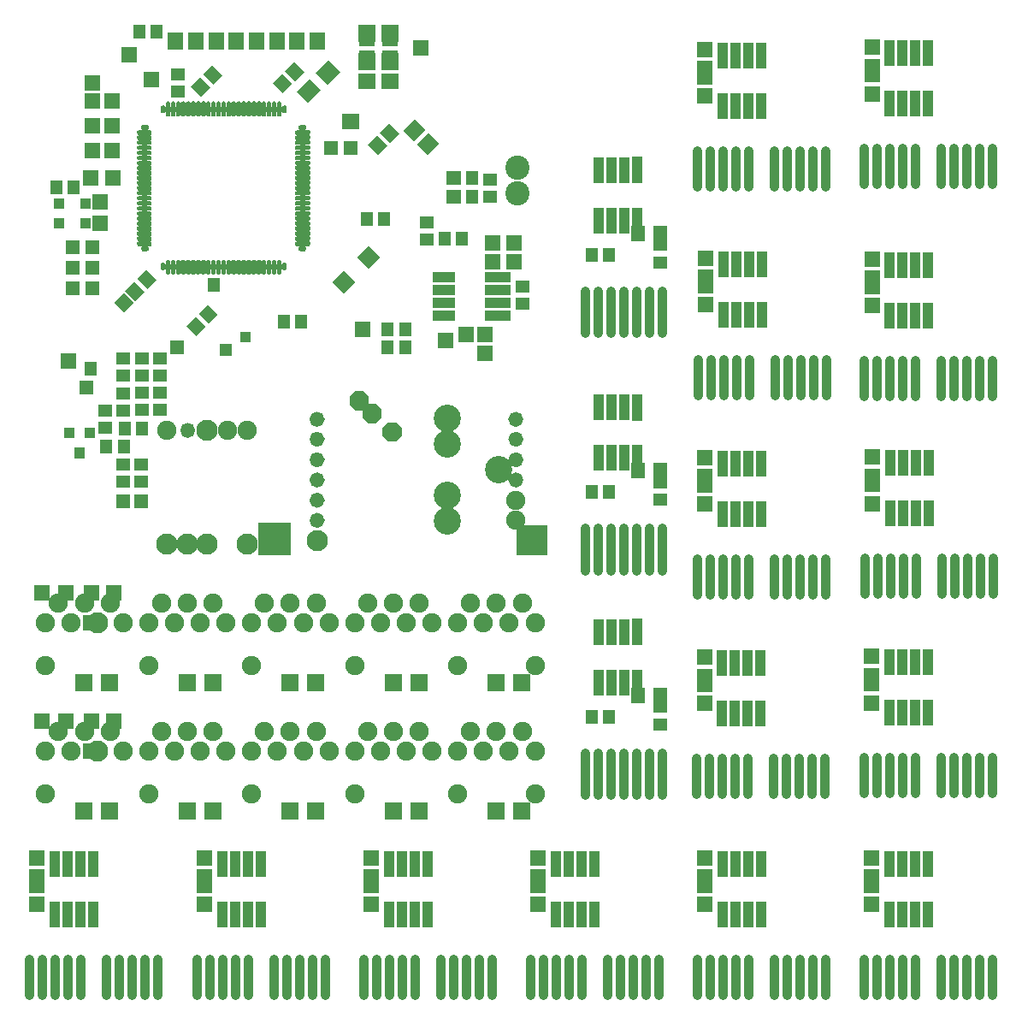
<source format=gts>
%FSLAX34Y34*%
%MOMM*%
%LNSOLDERMASK_TOP*%
G71*
G01*
%ADD10C, 1.900*%
%ADD11C, 2.100*%
%ADD12R, 1.800X1.800*%
%ADD13R, 1.600X1.600*%
%ADD14R, 1.600X1.500*%
%ADD15R, 1.100X1.100*%
%ADD16R, 0.500X0.500*%
%ADD17C, 0.200*%
%ADD18C, 0.500*%
%ADD19R, 1.300X1.400*%
%ADD20R, 1.400X1.400*%
%ADD21R, 2.600X1.000*%
%ADD22R, 1.400X1.300*%
%ADD23R, 1.500X1.800*%
%ADD24R, 1.800X1.600*%
%ADD25C, 2.400*%
%ADD26R, 1.200X1.400*%
%ADD27C, 2.700*%
%ADD28R, 1.000X1.100*%
%ADD29R, 1.500X1.600*%
%ADD30R, 2.200X1.000*%
%ADD31R, 1.300X1.300*%
%ADD32R, 1.100X1.000*%
%ADD33R, 1.100X1.600*%
%ADD34R, 1.000X2.600*%
%ADD35C, 0.950*%
%ADD36R, 1.400X1.600*%
%LPD*%
X39552Y-654101D02*
G54D10*
D03*
X141552Y-654101D02*
G54D10*
D03*
X243552Y-654101D02*
G54D10*
D03*
X345552Y-654101D02*
G54D10*
D03*
X447552Y-654102D02*
G54D10*
D03*
X524052Y-654101D02*
G54D10*
D03*
X39552Y-611825D02*
G54D10*
D03*
X65052Y-611826D02*
G54D10*
D03*
X90553Y-611825D02*
G54D11*
D03*
X116052Y-611826D02*
G54D10*
D03*
X141552Y-611826D02*
G54D10*
D03*
X167052Y-611826D02*
G54D10*
D03*
X192552Y-611826D02*
G54D10*
D03*
X218052Y-611826D02*
G54D10*
D03*
X243552Y-611826D02*
G54D10*
D03*
X269052Y-611826D02*
G54D10*
D03*
X294552Y-611826D02*
G54D10*
D03*
X320052Y-611826D02*
G54D10*
D03*
X345552Y-611826D02*
G54D10*
D03*
X371052Y-611826D02*
G54D10*
D03*
X396552Y-611826D02*
G54D10*
D03*
X422052Y-611826D02*
G54D10*
D03*
X447552Y-611826D02*
G54D10*
D03*
X473052Y-611826D02*
G54D10*
D03*
X498552Y-611826D02*
G54D10*
D03*
X524052Y-611826D02*
G54D10*
D03*
X52302Y-591825D02*
G54D10*
D03*
X77802Y-591825D02*
G54D10*
D03*
X103302Y-591826D02*
G54D10*
D03*
X154302Y-591826D02*
G54D10*
D03*
X179802Y-591826D02*
G54D10*
D03*
X205302Y-591826D02*
G54D10*
D03*
X256302Y-591826D02*
G54D10*
D03*
X281802Y-591826D02*
G54D10*
D03*
X307302Y-591826D02*
G54D10*
D03*
X358302Y-591826D02*
G54D10*
D03*
X383802Y-591826D02*
G54D10*
D03*
X409302Y-591826D02*
G54D10*
D03*
X460302Y-591826D02*
G54D10*
D03*
X485802Y-591826D02*
G54D10*
D03*
X511302Y-591826D02*
G54D10*
D03*
X77724Y-670851D02*
G54D12*
D03*
X103124Y-670851D02*
G54D12*
D03*
X179724Y-670851D02*
G54D12*
D03*
X205124Y-670851D02*
G54D12*
D03*
X281724Y-670851D02*
G54D12*
D03*
X307124Y-670851D02*
G54D12*
D03*
X383724Y-670851D02*
G54D12*
D03*
X409124Y-670851D02*
G54D12*
D03*
X485724Y-670851D02*
G54D12*
D03*
X511124Y-670851D02*
G54D12*
D03*
X107260Y-581877D02*
G54D13*
D03*
X85035Y-581877D02*
G54D13*
D03*
X59635Y-581877D02*
G54D13*
D03*
X36220Y-581877D02*
G54D13*
D03*
X93049Y-216196D02*
G54D14*
D03*
X93049Y-195196D02*
G54D14*
D03*
X52944Y-196793D02*
G54D15*
D03*
X52944Y-215843D02*
G54D15*
D03*
X79059Y-215843D02*
G54D15*
D03*
X79106Y-196734D02*
G54D15*
D03*
G36*
X273223Y-100752D02*
X278223Y-100752D01*
X278224Y-105752D01*
X273224Y-105752D01*
X273223Y-100752D01*
G37*
G36*
X268223Y-100752D02*
X273223Y-100752D01*
X273224Y-105752D01*
X268224Y-105752D01*
X268223Y-100752D01*
G37*
X265724Y-103252D02*
G54D16*
D03*
X260724Y-103252D02*
G54D16*
D03*
X255724Y-103252D02*
G54D16*
D03*
X250724Y-103252D02*
G54D16*
D03*
G36*
X243223Y-100752D02*
X248223Y-100751D01*
X248224Y-105751D01*
X243224Y-105752D01*
X243223Y-100752D01*
G37*
X240724Y-103252D02*
G54D16*
D03*
X235724Y-103252D02*
G54D16*
D03*
X230724Y-103252D02*
G54D16*
D03*
X225723Y-103252D02*
G54D16*
D03*
G36*
X218223Y-100752D02*
X223223Y-100752D01*
X223224Y-105752D01*
X218224Y-105752D01*
X218223Y-100752D01*
G37*
X215724Y-103252D02*
G54D16*
D03*
X210724Y-103252D02*
G54D16*
D03*
X205724Y-103252D02*
G54D16*
D03*
X200724Y-103252D02*
G54D16*
D03*
X195724Y-103252D02*
G54D16*
D03*
G36*
X188223Y-100752D02*
X193223Y-100752D01*
X193224Y-105752D01*
X188224Y-105752D01*
X188223Y-100752D01*
G37*
G36*
X183223Y-100752D02*
X188223Y-100751D01*
X188224Y-105751D01*
X183224Y-105752D01*
X183223Y-100752D01*
G37*
X180724Y-103252D02*
G54D16*
D03*
X175724Y-103252D02*
G54D16*
D03*
X170724Y-103252D02*
G54D16*
D03*
G36*
X163223Y-100752D02*
X168223Y-100752D01*
X168224Y-105752D01*
X163224Y-105752D01*
X163223Y-100752D01*
G37*
X160724Y-103252D02*
G54D16*
D03*
G36*
X153223Y-100752D02*
X158223Y-100752D01*
X158224Y-105752D01*
X153224Y-105752D01*
X153223Y-100752D01*
G37*
G36*
X276219Y-100221D02*
X277218Y-101221D01*
X277219Y-105721D01*
X276719Y-106221D01*
X274718Y-106221D01*
X274218Y-105721D01*
X274219Y-101221D01*
X275218Y-100221D01*
X276219Y-100221D01*
G37*
G54D17*
X276219Y-100221D02*
X277218Y-101221D01*
X277219Y-105721D01*
X276719Y-106221D01*
X274718Y-106221D01*
X274218Y-105721D01*
X274219Y-101221D01*
X275218Y-100221D01*
X276219Y-100221D01*
G36*
X156218Y-100221D02*
X157218Y-101221D01*
X157219Y-105721D01*
X156718Y-106221D01*
X154719Y-106221D01*
X154219Y-105721D01*
X154219Y-101221D01*
X155219Y-100221D01*
X156218Y-100221D01*
G37*
G54D17*
X156218Y-100221D02*
X157218Y-101221D01*
X157219Y-105721D01*
X156718Y-106221D01*
X154719Y-106221D01*
X154219Y-105721D01*
X154219Y-101221D01*
X155219Y-100221D01*
X156218Y-100221D01*
G36*
X266219Y-96221D02*
X267218Y-97221D01*
X267218Y-108721D01*
X266719Y-109221D01*
X264719Y-109221D01*
X264219Y-108721D01*
X264218Y-97221D01*
X265218Y-96221D01*
X266219Y-96221D01*
G37*
G54D17*
X266219Y-96221D02*
X267218Y-97221D01*
X267218Y-108721D01*
X266719Y-109221D01*
X264719Y-109221D01*
X264219Y-108721D01*
X264218Y-97221D01*
X265218Y-96221D01*
X266219Y-96221D01*
G36*
X261219Y-96221D02*
X262219Y-97221D01*
X262219Y-108721D01*
X261719Y-109221D01*
X259719Y-109221D01*
X259219Y-108721D01*
X259219Y-97221D01*
X260218Y-96221D01*
X261219Y-96221D01*
G37*
G54D17*
X261219Y-96221D02*
X262219Y-97221D01*
X262219Y-108721D01*
X261719Y-109221D01*
X259719Y-109221D01*
X259219Y-108721D01*
X259219Y-97221D01*
X260218Y-96221D01*
X261219Y-96221D01*
G36*
X256219Y-96221D02*
X257218Y-97221D01*
X257219Y-108721D01*
X256718Y-109221D01*
X254718Y-109221D01*
X254218Y-108721D01*
X254219Y-97221D01*
X255218Y-96221D01*
X256219Y-96221D01*
G37*
G54D17*
X256219Y-96221D02*
X257218Y-97221D01*
X257219Y-108721D01*
X256718Y-109221D01*
X254718Y-109221D01*
X254218Y-108721D01*
X254219Y-97221D01*
X255218Y-96221D01*
X256219Y-96221D01*
G36*
X251219Y-96221D02*
X252219Y-97221D01*
X252219Y-108721D01*
X251719Y-109221D01*
X249719Y-109221D01*
X249219Y-108721D01*
X249219Y-97221D01*
X250218Y-96221D01*
X251219Y-96221D01*
G37*
G54D17*
X251219Y-96221D02*
X252219Y-97221D01*
X252219Y-108721D01*
X251719Y-109221D01*
X249719Y-109221D01*
X249219Y-108721D01*
X249219Y-97221D01*
X250218Y-96221D01*
X251219Y-96221D01*
G36*
X246219Y-96221D02*
X247218Y-97221D01*
X247218Y-108721D01*
X246719Y-109221D01*
X244718Y-109221D01*
X244219Y-108721D01*
X244219Y-97221D01*
X245219Y-96221D01*
X246219Y-96221D01*
G37*
G54D17*
X246219Y-96221D02*
X247218Y-97221D01*
X247218Y-108721D01*
X246719Y-109221D01*
X244718Y-109221D01*
X244219Y-108721D01*
X244219Y-97221D01*
X245219Y-96221D01*
X246219Y-96221D01*
G36*
X241218Y-96221D02*
X242219Y-97221D01*
X242218Y-108721D01*
X241719Y-109221D01*
X239718Y-109221D01*
X239218Y-108721D01*
X239219Y-97221D01*
X240219Y-96221D01*
X241218Y-96221D01*
G37*
G54D17*
X241218Y-96221D02*
X242219Y-97221D01*
X242218Y-108721D01*
X241719Y-109221D01*
X239718Y-109221D01*
X239218Y-108721D01*
X239219Y-97221D01*
X240219Y-96221D01*
X241218Y-96221D01*
G36*
X236218Y-96221D02*
X237219Y-97221D01*
X237218Y-108721D01*
X236718Y-109221D01*
X234719Y-109221D01*
X234219Y-108721D01*
X234219Y-97221D01*
X235219Y-96221D01*
X236218Y-96221D01*
G37*
G54D17*
X236218Y-96221D02*
X237219Y-97221D01*
X237218Y-108721D01*
X236718Y-109221D01*
X234719Y-109221D01*
X234219Y-108721D01*
X234219Y-97221D01*
X235219Y-96221D01*
X236218Y-96221D01*
G36*
X231218Y-96221D02*
X232218Y-97221D01*
X232219Y-108721D01*
X231718Y-109221D01*
X229719Y-109221D01*
X229218Y-108721D01*
X229218Y-97221D01*
X230218Y-96221D01*
X231218Y-96221D01*
G37*
G54D17*
X231218Y-96221D02*
X232218Y-97221D01*
X232219Y-108721D01*
X231718Y-109221D01*
X229719Y-109221D01*
X229218Y-108721D01*
X229218Y-97221D01*
X230218Y-96221D01*
X231218Y-96221D01*
G36*
X226218Y-96221D02*
X227219Y-97221D01*
X227219Y-108721D01*
X226719Y-109221D01*
X224718Y-109221D01*
X224218Y-108721D01*
X224218Y-97221D01*
X225219Y-96221D01*
X226218Y-96221D01*
G37*
G54D17*
X226218Y-96221D02*
X227219Y-97221D01*
X227219Y-108721D01*
X226719Y-109221D01*
X224718Y-109221D01*
X224218Y-108721D01*
X224218Y-97221D01*
X225219Y-96221D01*
X226218Y-96221D01*
G36*
X221219Y-96221D02*
X222219Y-97221D01*
X222219Y-108721D01*
X221719Y-109221D01*
X219719Y-109221D01*
X219218Y-108721D01*
X219219Y-97221D01*
X220219Y-96221D01*
X221219Y-96221D01*
G37*
G54D17*
X221219Y-96221D02*
X222219Y-97221D01*
X222219Y-108721D01*
X221719Y-109221D01*
X219719Y-109221D01*
X219218Y-108721D01*
X219219Y-97221D01*
X220219Y-96221D01*
X221219Y-96221D01*
G36*
X216219Y-96221D02*
X217219Y-97221D01*
X217219Y-108721D01*
X216718Y-109221D01*
X214718Y-109221D01*
X214219Y-108721D01*
X214219Y-97221D01*
X215219Y-96221D01*
X216219Y-96221D01*
G37*
G54D17*
X216219Y-96221D02*
X217219Y-97221D01*
X217219Y-108721D01*
X216718Y-109221D01*
X214718Y-109221D01*
X214219Y-108721D01*
X214219Y-97221D01*
X215219Y-96221D01*
X216219Y-96221D01*
G36*
X211218Y-96221D02*
X212218Y-97221D01*
X212218Y-108721D01*
X211719Y-109221D01*
X209718Y-109221D01*
X209218Y-108721D01*
X209218Y-97221D01*
X210218Y-96221D01*
X211218Y-96221D01*
G37*
G54D17*
X211218Y-96221D02*
X212218Y-97221D01*
X212218Y-108721D01*
X211719Y-109221D01*
X209718Y-109221D01*
X209218Y-108721D01*
X209218Y-97221D01*
X210218Y-96221D01*
X211218Y-96221D01*
G36*
X206219Y-96221D02*
X207219Y-97221D01*
X207219Y-108721D01*
X206718Y-109221D01*
X204719Y-109221D01*
X204219Y-108721D01*
X204219Y-97221D01*
X205219Y-96221D01*
X206219Y-96221D01*
G37*
G54D17*
X206219Y-96221D02*
X207219Y-97221D01*
X207219Y-108721D01*
X206718Y-109221D01*
X204719Y-109221D01*
X204219Y-108721D01*
X204219Y-97221D01*
X205219Y-96221D01*
X206219Y-96221D01*
G36*
X201219Y-96221D02*
X202219Y-97221D01*
X202218Y-108721D01*
X201719Y-109221D01*
X199719Y-109221D01*
X199218Y-108721D01*
X199219Y-97221D01*
X200218Y-96221D01*
X201219Y-96221D01*
G37*
G54D17*
X201219Y-96221D02*
X202219Y-97221D01*
X202218Y-108721D01*
X201719Y-109221D01*
X199719Y-109221D01*
X199218Y-108721D01*
X199219Y-97221D01*
X200218Y-96221D01*
X201219Y-96221D01*
G36*
X196219Y-96221D02*
X197219Y-97221D01*
X197219Y-108721D01*
X196718Y-109221D01*
X194719Y-109221D01*
X194219Y-108721D01*
X194219Y-97221D01*
X195219Y-96221D01*
X196219Y-96221D01*
G37*
G54D17*
X196219Y-96221D02*
X197219Y-97221D01*
X197219Y-108721D01*
X196718Y-109221D01*
X194719Y-109221D01*
X194219Y-108721D01*
X194219Y-97221D01*
X195219Y-96221D01*
X196219Y-96221D01*
G36*
X191219Y-96221D02*
X192219Y-97221D01*
X192218Y-108721D01*
X191719Y-109221D01*
X189718Y-109221D01*
X189218Y-108721D01*
X189219Y-97221D01*
X190219Y-96221D01*
X191219Y-96221D01*
G37*
G54D17*
X191219Y-96221D02*
X192219Y-97221D01*
X192218Y-108721D01*
X191719Y-109221D01*
X189718Y-109221D01*
X189218Y-108721D01*
X189219Y-97221D01*
X190219Y-96221D01*
X191219Y-96221D01*
G36*
X186218Y-96221D02*
X187219Y-97221D01*
X187219Y-108721D01*
X186719Y-109221D01*
X184719Y-109221D01*
X184219Y-108721D01*
X184219Y-97221D01*
X185219Y-96221D01*
X186218Y-96221D01*
G37*
G54D17*
X186218Y-96221D02*
X187219Y-97221D01*
X187219Y-108721D01*
X186719Y-109221D01*
X184719Y-109221D01*
X184219Y-108721D01*
X184219Y-97221D01*
X185219Y-96221D01*
X186218Y-96221D01*
G36*
X181219Y-96221D02*
X182218Y-97221D01*
X182218Y-108721D01*
X181719Y-109221D01*
X179718Y-109221D01*
X179219Y-108721D01*
X179219Y-97221D01*
X180218Y-96221D01*
X181219Y-96221D01*
G37*
G54D17*
X181219Y-96221D02*
X182218Y-97221D01*
X182218Y-108721D01*
X181719Y-109221D01*
X179718Y-109221D01*
X179219Y-108721D01*
X179219Y-97221D01*
X180218Y-96221D01*
X181219Y-96221D01*
G36*
X176219Y-96221D02*
X177218Y-97221D01*
X177218Y-108721D01*
X176719Y-109221D01*
X174719Y-109221D01*
X174219Y-108721D01*
X174219Y-97221D01*
X175219Y-96221D01*
X176219Y-96221D01*
G37*
G54D17*
X176219Y-96221D02*
X177218Y-97221D01*
X177218Y-108721D01*
X176719Y-109221D01*
X174719Y-109221D01*
X174219Y-108721D01*
X174219Y-97221D01*
X175219Y-96221D01*
X176219Y-96221D01*
G36*
X171219Y-96221D02*
X172219Y-97221D01*
X172219Y-108721D01*
X171719Y-109221D01*
X169718Y-109221D01*
X169219Y-108721D01*
X169219Y-97221D01*
X170218Y-96221D01*
X171219Y-96221D01*
G37*
G54D17*
X171219Y-96221D02*
X172219Y-97221D01*
X172219Y-108721D01*
X171719Y-109221D01*
X169718Y-109221D01*
X169219Y-108721D01*
X169219Y-97221D01*
X170218Y-96221D01*
X171219Y-96221D01*
G36*
X166219Y-96221D02*
X167218Y-97221D01*
X167219Y-108721D01*
X166719Y-109221D01*
X164718Y-109221D01*
X164218Y-108721D01*
X164218Y-97221D01*
X165219Y-96221D01*
X166219Y-96221D01*
G37*
G54D17*
X166219Y-96221D02*
X167218Y-97221D01*
X167219Y-108721D01*
X166719Y-109221D01*
X164718Y-109221D01*
X164218Y-108721D01*
X164218Y-97221D01*
X165219Y-96221D01*
X166219Y-96221D01*
G36*
X161218Y-96221D02*
X162219Y-97221D01*
X162219Y-108721D01*
X161718Y-109221D01*
X159719Y-109221D01*
X159219Y-108721D01*
X159219Y-97221D01*
X160219Y-96221D01*
X161218Y-96221D01*
G37*
G54D17*
X161218Y-96221D02*
X162219Y-97221D01*
X162219Y-108721D01*
X161718Y-109221D01*
X159719Y-109221D01*
X159219Y-108721D01*
X159219Y-97221D01*
X160219Y-96221D01*
X161218Y-96221D01*
G36*
X271219Y-96221D02*
X272218Y-97221D01*
X272218Y-108721D01*
X271719Y-109221D01*
X269719Y-109221D01*
X269219Y-108721D01*
X269219Y-97221D01*
X270219Y-96221D01*
X271219Y-96221D01*
G37*
G54D17*
X271219Y-96221D02*
X272218Y-97221D01*
X272218Y-108721D01*
X271719Y-109221D01*
X269719Y-109221D01*
X269219Y-108721D01*
X269219Y-97221D01*
X270219Y-96221D01*
X271219Y-96221D01*
X293687Y-241216D02*
G54D16*
D03*
X293687Y-236216D02*
G54D16*
D03*
X293687Y-231216D02*
G54D16*
D03*
X293687Y-226216D02*
G54D16*
D03*
X293687Y-221216D02*
G54D16*
D03*
X293687Y-216216D02*
G54D16*
D03*
X293687Y-211216D02*
G54D16*
D03*
X293687Y-206216D02*
G54D16*
D03*
X293687Y-201216D02*
G54D16*
D03*
X293687Y-196216D02*
G54D16*
D03*
X293687Y-191216D02*
G54D16*
D03*
X293688Y-186216D02*
G54D16*
D03*
X293688Y-181216D02*
G54D16*
D03*
X293687Y-176216D02*
G54D16*
D03*
X293687Y-171216D02*
G54D16*
D03*
X293687Y-166216D02*
G54D16*
D03*
X293688Y-161216D02*
G54D16*
D03*
X293687Y-156216D02*
G54D16*
D03*
X293687Y-151216D02*
G54D16*
D03*
X293687Y-146216D02*
G54D16*
D03*
X293687Y-141216D02*
G54D16*
D03*
X293687Y-136216D02*
G54D16*
D03*
X293687Y-131216D02*
G54D16*
D03*
X293687Y-126216D02*
G54D16*
D03*
X293687Y-121216D02*
G54D16*
D03*
G36*
X296718Y-241721D02*
X295719Y-242721D01*
X291219Y-242721D01*
X290718Y-242221D01*
X290718Y-240221D01*
X291218Y-239721D01*
X295719Y-239721D01*
X296718Y-240721D01*
X296718Y-241721D01*
G37*
G54D17*
X296718Y-241721D02*
X295719Y-242721D01*
X291219Y-242721D01*
X290718Y-242221D01*
X290718Y-240221D01*
X291218Y-239721D01*
X295719Y-239721D01*
X296718Y-240721D01*
X296718Y-241721D01*
G36*
X296719Y-121721D02*
X295718Y-122721D01*
X291218Y-122721D01*
X290719Y-122221D01*
X290719Y-120221D01*
X291218Y-119721D01*
X295718Y-119721D01*
X296718Y-120721D01*
X296719Y-121721D01*
G37*
G54D17*
X296719Y-121721D02*
X295718Y-122721D01*
X291218Y-122721D01*
X290719Y-122221D01*
X290719Y-120221D01*
X291218Y-119721D01*
X295718Y-119721D01*
X296718Y-120721D01*
X296719Y-121721D01*
G36*
X300719Y-231721D02*
X299719Y-232721D01*
X288218Y-232721D01*
X287719Y-232221D01*
X287718Y-230221D01*
X288218Y-229721D01*
X299718Y-229721D01*
X300719Y-230721D01*
X300719Y-231721D01*
G37*
G54D17*
X300719Y-231721D02*
X299719Y-232721D01*
X288218Y-232721D01*
X287719Y-232221D01*
X287718Y-230221D01*
X288218Y-229721D01*
X299718Y-229721D01*
X300719Y-230721D01*
X300719Y-231721D01*
G36*
X300719Y-226721D02*
X299718Y-227721D01*
X288218Y-227721D01*
X287718Y-227221D01*
X287719Y-225221D01*
X288218Y-224721D01*
X299719Y-224721D01*
X300718Y-225721D01*
X300719Y-226721D01*
G37*
G54D17*
X300719Y-226721D02*
X299718Y-227721D01*
X288218Y-227721D01*
X287718Y-227221D01*
X287719Y-225221D01*
X288218Y-224721D01*
X299719Y-224721D01*
X300718Y-225721D01*
X300719Y-226721D01*
G36*
X300719Y-221721D02*
X299719Y-222721D01*
X288218Y-222721D01*
X287719Y-222221D01*
X287719Y-220221D01*
X288219Y-219721D01*
X299718Y-219721D01*
X300719Y-220721D01*
X300719Y-221721D01*
G37*
G54D17*
X300719Y-221721D02*
X299719Y-222721D01*
X288218Y-222721D01*
X287719Y-222221D01*
X287719Y-220221D01*
X288219Y-219721D01*
X299718Y-219721D01*
X300719Y-220721D01*
X300719Y-221721D01*
G36*
X300719Y-216721D02*
X299718Y-217721D01*
X288218Y-217721D01*
X287719Y-217221D01*
X287718Y-215221D01*
X288219Y-214721D01*
X299718Y-214721D01*
X300719Y-215721D01*
X300719Y-216721D01*
G37*
G54D17*
X300719Y-216721D02*
X299718Y-217721D01*
X288218Y-217721D01*
X287719Y-217221D01*
X287718Y-215221D01*
X288219Y-214721D01*
X299718Y-214721D01*
X300719Y-215721D01*
X300719Y-216721D01*
G36*
X300719Y-211721D02*
X299718Y-212721D01*
X288219Y-212721D01*
X287718Y-212221D01*
X287719Y-210221D01*
X288219Y-209721D01*
X299718Y-209721D01*
X300719Y-210721D01*
X300719Y-211721D01*
G37*
G54D17*
X300719Y-211721D02*
X299718Y-212721D01*
X288219Y-212721D01*
X287718Y-212221D01*
X287719Y-210221D01*
X288219Y-209721D01*
X299718Y-209721D01*
X300719Y-210721D01*
X300719Y-211721D01*
G36*
X300719Y-206721D02*
X299719Y-207721D01*
X288219Y-207721D01*
X287719Y-207221D01*
X287718Y-205221D01*
X288218Y-204721D01*
X299719Y-204721D01*
X300719Y-205721D01*
X300719Y-206721D01*
G37*
G54D17*
X300719Y-206721D02*
X299719Y-207721D01*
X288219Y-207721D01*
X287719Y-207221D01*
X287718Y-205221D01*
X288218Y-204721D01*
X299719Y-204721D01*
X300719Y-205721D01*
X300719Y-206721D01*
G36*
X300718Y-201721D02*
X299718Y-202721D01*
X288219Y-202721D01*
X287718Y-202221D01*
X287718Y-200221D01*
X288219Y-199721D01*
X299719Y-199721D01*
X300718Y-200721D01*
X300718Y-201721D01*
G37*
G54D17*
X300718Y-201721D02*
X299718Y-202721D01*
X288219Y-202721D01*
X287718Y-202221D01*
X287718Y-200221D01*
X288219Y-199721D01*
X299719Y-199721D01*
X300718Y-200721D01*
X300718Y-201721D01*
G36*
X300719Y-196721D02*
X299719Y-197721D01*
X288218Y-197721D01*
X287718Y-197221D01*
X287719Y-195221D01*
X288219Y-194721D01*
X299719Y-194721D01*
X300719Y-195721D01*
X300719Y-196721D01*
G37*
G54D17*
X300719Y-196721D02*
X299719Y-197721D01*
X288218Y-197721D01*
X287718Y-197221D01*
X287719Y-195221D01*
X288219Y-194721D01*
X299719Y-194721D01*
X300719Y-195721D01*
X300719Y-196721D01*
G36*
X300719Y-191721D02*
X299718Y-192721D01*
X288218Y-192721D01*
X287718Y-192221D01*
X287718Y-190221D01*
X288218Y-189721D01*
X299718Y-189721D01*
X300719Y-190721D01*
X300719Y-191721D01*
G37*
G54D17*
X300719Y-191721D02*
X299718Y-192721D01*
X288218Y-192721D01*
X287718Y-192221D01*
X287718Y-190221D01*
X288218Y-189721D01*
X299718Y-189721D01*
X300719Y-190721D01*
X300719Y-191721D01*
G36*
X300718Y-186721D02*
X299719Y-187721D01*
X288218Y-187721D01*
X287718Y-187221D01*
X287718Y-185221D01*
X288218Y-184721D01*
X299719Y-184721D01*
X300719Y-185721D01*
X300718Y-186721D01*
G37*
G54D17*
X300718Y-186721D02*
X299719Y-187721D01*
X288218Y-187721D01*
X287718Y-187221D01*
X287718Y-185221D01*
X288218Y-184721D01*
X299719Y-184721D01*
X300719Y-185721D01*
X300718Y-186721D01*
G36*
X300719Y-181721D02*
X299719Y-182721D01*
X288219Y-182721D01*
X287718Y-182221D01*
X287718Y-180221D01*
X288218Y-179721D01*
X299718Y-179721D01*
X300719Y-180721D01*
X300719Y-181721D01*
G37*
G54D17*
X300719Y-181721D02*
X299719Y-182721D01*
X288219Y-182721D01*
X287718Y-182221D01*
X287718Y-180221D01*
X288218Y-179721D01*
X299718Y-179721D01*
X300719Y-180721D01*
X300719Y-181721D01*
G36*
X300718Y-176721D02*
X299718Y-177721D01*
X288218Y-177721D01*
X287718Y-177221D01*
X287719Y-175221D01*
X288219Y-174721D01*
X299719Y-174721D01*
X300719Y-175721D01*
X300718Y-176721D01*
G37*
G54D17*
X300718Y-176721D02*
X299718Y-177721D01*
X288218Y-177721D01*
X287718Y-177221D01*
X287719Y-175221D01*
X288219Y-174721D01*
X299719Y-174721D01*
X300719Y-175721D01*
X300718Y-176721D01*
G36*
X300719Y-171721D02*
X299718Y-172721D01*
X288218Y-172721D01*
X287719Y-172221D01*
X287718Y-170221D01*
X288218Y-169721D01*
X299719Y-169721D01*
X300719Y-170721D01*
X300719Y-171721D01*
G37*
G54D17*
X300719Y-171721D02*
X299718Y-172721D01*
X288218Y-172721D01*
X287719Y-172221D01*
X287718Y-170221D01*
X288218Y-169721D01*
X299719Y-169721D01*
X300719Y-170721D01*
X300719Y-171721D01*
G36*
X300719Y-166721D02*
X299718Y-167721D01*
X288218Y-167721D01*
X287718Y-167221D01*
X287719Y-165221D01*
X288219Y-164721D01*
X299718Y-164721D01*
X300719Y-165721D01*
X300719Y-166721D01*
G37*
G54D17*
X300719Y-166721D02*
X299718Y-167721D01*
X288218Y-167721D01*
X287718Y-167221D01*
X287719Y-165221D01*
X288219Y-164721D01*
X299718Y-164721D01*
X300719Y-165721D01*
X300719Y-166721D01*
G36*
X300719Y-161721D02*
X299718Y-162721D01*
X288219Y-162721D01*
X287719Y-162221D01*
X287718Y-160221D01*
X288219Y-159721D01*
X299719Y-159721D01*
X300719Y-160721D01*
X300719Y-161721D01*
G37*
G54D17*
X300719Y-161721D02*
X299718Y-162721D01*
X288219Y-162721D01*
X287719Y-162221D01*
X287718Y-160221D01*
X288219Y-159721D01*
X299719Y-159721D01*
X300719Y-160721D01*
X300719Y-161721D01*
G36*
X300718Y-156721D02*
X299718Y-157721D01*
X288219Y-157721D01*
X287718Y-157221D01*
X287718Y-155221D01*
X288219Y-154721D01*
X299718Y-154721D01*
X300719Y-155721D01*
X300718Y-156721D01*
G37*
G54D17*
X300718Y-156721D02*
X299718Y-157721D01*
X288219Y-157721D01*
X287718Y-157221D01*
X287718Y-155221D01*
X288219Y-154721D01*
X299718Y-154721D01*
X300719Y-155721D01*
X300718Y-156721D01*
G36*
X300719Y-151721D02*
X299718Y-152721D01*
X288218Y-152721D01*
X287718Y-152221D01*
X287718Y-150221D01*
X288218Y-149721D01*
X299719Y-149721D01*
X300719Y-150721D01*
X300719Y-151721D01*
G37*
G54D17*
X300719Y-151721D02*
X299718Y-152721D01*
X288218Y-152721D01*
X287718Y-152221D01*
X287718Y-150221D01*
X288218Y-149721D01*
X299719Y-149721D01*
X300719Y-150721D01*
X300719Y-151721D01*
G36*
X300719Y-146721D02*
X299718Y-147721D01*
X288219Y-147721D01*
X287718Y-147221D01*
X287718Y-145221D01*
X288218Y-144721D01*
X299718Y-144721D01*
X300718Y-145721D01*
X300719Y-146721D01*
G37*
G54D17*
X300719Y-146721D02*
X299718Y-147721D01*
X288219Y-147721D01*
X287718Y-147221D01*
X287718Y-145221D01*
X288218Y-144721D01*
X299718Y-144721D01*
X300718Y-145721D01*
X300719Y-146721D01*
G36*
X300719Y-141721D02*
X299718Y-142721D01*
X288219Y-142721D01*
X287718Y-142221D01*
X287718Y-140221D01*
X288219Y-139721D01*
X299718Y-139721D01*
X300718Y-140721D01*
X300719Y-141721D01*
G37*
G54D17*
X300719Y-141721D02*
X299718Y-142721D01*
X288219Y-142721D01*
X287718Y-142221D01*
X287718Y-140221D01*
X288219Y-139721D01*
X299718Y-139721D01*
X300718Y-140721D01*
X300719Y-141721D01*
G36*
X300719Y-136721D02*
X299718Y-137721D01*
X288218Y-137721D01*
X287718Y-137221D01*
X287719Y-135221D01*
X288218Y-134721D01*
X299718Y-134721D01*
X300719Y-135721D01*
X300719Y-136721D01*
G37*
G54D17*
X300719Y-136721D02*
X299718Y-137721D01*
X288218Y-137721D01*
X287718Y-137221D01*
X287719Y-135221D01*
X288218Y-134721D01*
X299718Y-134721D01*
X300719Y-135721D01*
X300719Y-136721D01*
G36*
X300719Y-131721D02*
X299719Y-132721D01*
X288219Y-132721D01*
X287718Y-132221D01*
X287718Y-130221D01*
X288218Y-129721D01*
X299718Y-129721D01*
X300719Y-130721D01*
X300719Y-131721D01*
G37*
G54D17*
X300719Y-131721D02*
X299719Y-132721D01*
X288219Y-132721D01*
X287718Y-132221D01*
X287718Y-130221D01*
X288218Y-129721D01*
X299718Y-129721D01*
X300719Y-130721D01*
X300719Y-131721D01*
G36*
X300719Y-126721D02*
X299718Y-127721D01*
X288218Y-127721D01*
X287718Y-127221D01*
X287718Y-125221D01*
X288219Y-124721D01*
X299718Y-124721D01*
X300718Y-125721D01*
X300719Y-126721D01*
G37*
G54D17*
X300719Y-126721D02*
X299718Y-127721D01*
X288218Y-127721D01*
X287718Y-127221D01*
X287718Y-125221D01*
X288219Y-124721D01*
X299718Y-124721D01*
X300718Y-125721D01*
X300719Y-126721D01*
G36*
X300719Y-236721D02*
X299718Y-237721D01*
X288219Y-237721D01*
X287718Y-237221D01*
X287718Y-235221D01*
X288218Y-234721D01*
X299718Y-234721D01*
X300719Y-235721D01*
X300719Y-236721D01*
G37*
G54D17*
X300719Y-236721D02*
X299718Y-237721D01*
X288219Y-237721D01*
X287718Y-237221D01*
X287718Y-235221D01*
X288218Y-234721D01*
X299718Y-234721D01*
X300719Y-235721D01*
X300719Y-236721D01*
X155724Y-259189D02*
G54D16*
D03*
X160723Y-259190D02*
G54D16*
D03*
X165724Y-259190D02*
G54D16*
D03*
X170724Y-259189D02*
G54D16*
D03*
X175724Y-259190D02*
G54D16*
D03*
X180724Y-259190D02*
G54D16*
D03*
X185724Y-259190D02*
G54D16*
D03*
X190724Y-259189D02*
G54D16*
D03*
X195724Y-259189D02*
G54D16*
D03*
X200723Y-259190D02*
G54D16*
D03*
X205724Y-259190D02*
G54D16*
D03*
X210724Y-259190D02*
G54D16*
D03*
X215723Y-259190D02*
G54D16*
D03*
X220724Y-259190D02*
G54D16*
D03*
X225724Y-259189D02*
G54D16*
D03*
X230724Y-259190D02*
G54D16*
D03*
X235724Y-259190D02*
G54D16*
D03*
X240724Y-259190D02*
G54D16*
D03*
X245724Y-259190D02*
G54D16*
D03*
X250723Y-259190D02*
G54D16*
D03*
X255723Y-259190D02*
G54D16*
D03*
X260724Y-259190D02*
G54D16*
D03*
X265723Y-259190D02*
G54D16*
D03*
X270723Y-259190D02*
G54D16*
D03*
X275724Y-259190D02*
G54D16*
D03*
G36*
X155219Y-262221D02*
X154218Y-261221D01*
X154219Y-256721D01*
X154719Y-256221D01*
X156718Y-256221D01*
X157218Y-256721D01*
X157219Y-261221D01*
X156218Y-262221D01*
X155219Y-262221D01*
G37*
G54D17*
X155219Y-262221D02*
X154218Y-261221D01*
X154219Y-256721D01*
X154719Y-256221D01*
X156718Y-256221D01*
X157218Y-256721D01*
X157219Y-261221D01*
X156218Y-262221D01*
X155219Y-262221D01*
G36*
X275219Y-262221D02*
X274219Y-261221D01*
X274218Y-256721D01*
X274719Y-256221D01*
X276719Y-256221D01*
X277219Y-256721D01*
X277219Y-261221D01*
X276219Y-262221D01*
X275219Y-262221D01*
G37*
G54D17*
X275219Y-262221D02*
X274219Y-261221D01*
X274218Y-256721D01*
X274719Y-256221D01*
X276719Y-256221D01*
X277219Y-256721D01*
X277219Y-261221D01*
X276219Y-262221D01*
X275219Y-262221D01*
G36*
X165219Y-266221D02*
X164219Y-265221D01*
X164218Y-253721D01*
X164718Y-253221D01*
X166718Y-253221D01*
X167219Y-253721D01*
X167219Y-265221D01*
X166219Y-266221D01*
X165219Y-266221D01*
G37*
G54D17*
X165219Y-266221D02*
X164219Y-265221D01*
X164218Y-253721D01*
X164718Y-253221D01*
X166718Y-253221D01*
X167219Y-253721D01*
X167219Y-265221D01*
X166219Y-266221D01*
X165219Y-266221D01*
G36*
X170219Y-266221D02*
X169219Y-265221D01*
X169219Y-253721D01*
X169719Y-253221D01*
X171719Y-253221D01*
X172218Y-253721D01*
X172219Y-265221D01*
X171219Y-266221D01*
X170219Y-266221D01*
G37*
G54D17*
X170219Y-266221D02*
X169219Y-265221D01*
X169219Y-253721D01*
X169719Y-253221D01*
X171719Y-253221D01*
X172218Y-253721D01*
X172219Y-265221D01*
X171219Y-266221D01*
X170219Y-266221D01*
G36*
X175218Y-266221D02*
X174219Y-265221D01*
X174219Y-253721D01*
X174719Y-253221D01*
X176719Y-253221D01*
X177219Y-253721D01*
X177219Y-265221D01*
X176218Y-266221D01*
X175218Y-266221D01*
G37*
G54D17*
X175218Y-266221D02*
X174219Y-265221D01*
X174219Y-253721D01*
X174719Y-253221D01*
X176719Y-253221D01*
X177219Y-253721D01*
X177219Y-265221D01*
X176218Y-266221D01*
X175218Y-266221D01*
G36*
X180219Y-266221D02*
X179219Y-265221D01*
X179218Y-253721D01*
X179718Y-253221D01*
X181719Y-253221D01*
X182219Y-253721D01*
X182219Y-265221D01*
X181219Y-266221D01*
X180219Y-266221D01*
G37*
G54D17*
X180219Y-266221D02*
X179219Y-265221D01*
X179218Y-253721D01*
X179718Y-253221D01*
X181719Y-253221D01*
X182219Y-253721D01*
X182219Y-265221D01*
X181219Y-266221D01*
X180219Y-266221D01*
G36*
X185219Y-266221D02*
X184218Y-265221D01*
X184219Y-253721D01*
X184719Y-253221D01*
X186718Y-253221D01*
X187219Y-253721D01*
X187218Y-265221D01*
X186219Y-266221D01*
X185219Y-266221D01*
G37*
G54D17*
X185219Y-266221D02*
X184218Y-265221D01*
X184219Y-253721D01*
X184719Y-253221D01*
X186718Y-253221D01*
X187219Y-253721D01*
X187218Y-265221D01*
X186219Y-266221D01*
X185219Y-266221D01*
G36*
X190219Y-266221D02*
X189218Y-265221D01*
X189218Y-253721D01*
X189718Y-253221D01*
X191719Y-253221D01*
X192219Y-253721D01*
X192219Y-265221D01*
X191219Y-266221D01*
X190219Y-266221D01*
G37*
G54D17*
X190219Y-266221D02*
X189218Y-265221D01*
X189218Y-253721D01*
X189718Y-253221D01*
X191719Y-253221D01*
X192219Y-253721D01*
X192219Y-265221D01*
X191219Y-266221D01*
X190219Y-266221D01*
G36*
X195218Y-266221D02*
X194218Y-265221D01*
X194218Y-253721D01*
X194719Y-253221D01*
X196718Y-253221D01*
X197219Y-253721D01*
X197218Y-265221D01*
X196219Y-266221D01*
X195218Y-266221D01*
G37*
G54D17*
X195218Y-266221D02*
X194218Y-265221D01*
X194218Y-253721D01*
X194719Y-253221D01*
X196718Y-253221D01*
X197219Y-253721D01*
X197218Y-265221D01*
X196219Y-266221D01*
X195218Y-266221D01*
G36*
X200218Y-266221D02*
X199218Y-265221D01*
X199219Y-253721D01*
X199719Y-253221D01*
X201719Y-253221D01*
X202219Y-253721D01*
X202219Y-265221D01*
X201219Y-266221D01*
X200218Y-266221D01*
G37*
G54D17*
X200218Y-266221D02*
X199218Y-265221D01*
X199219Y-253721D01*
X199719Y-253221D01*
X201719Y-253221D01*
X202219Y-253721D01*
X202219Y-265221D01*
X201219Y-266221D01*
X200218Y-266221D01*
G36*
X205219Y-266221D02*
X204218Y-265221D01*
X204219Y-253721D01*
X204719Y-253221D01*
X206719Y-253221D01*
X207219Y-253721D01*
X207219Y-265221D01*
X206219Y-266221D01*
X205219Y-266221D01*
G37*
G54D17*
X205219Y-266221D02*
X204218Y-265221D01*
X204219Y-253721D01*
X204719Y-253221D01*
X206719Y-253221D01*
X207219Y-253721D01*
X207219Y-265221D01*
X206219Y-266221D01*
X205219Y-266221D01*
G36*
X210219Y-266221D02*
X209219Y-265221D01*
X209219Y-253721D01*
X209718Y-253221D01*
X211719Y-253221D01*
X212218Y-253721D01*
X212218Y-265221D01*
X211219Y-266221D01*
X210219Y-266221D01*
G37*
G54D17*
X210219Y-266221D02*
X209219Y-265221D01*
X209219Y-253721D01*
X209718Y-253221D01*
X211719Y-253221D01*
X212218Y-253721D01*
X212218Y-265221D01*
X211219Y-266221D01*
X210219Y-266221D01*
G36*
X215219Y-266221D02*
X214219Y-265221D01*
X214218Y-253721D01*
X214718Y-253221D01*
X216719Y-253221D01*
X217218Y-253721D01*
X217219Y-265221D01*
X216219Y-266221D01*
X215219Y-266221D01*
G37*
G54D17*
X215219Y-266221D02*
X214219Y-265221D01*
X214218Y-253721D01*
X214718Y-253221D01*
X216719Y-253221D01*
X217218Y-253721D01*
X217219Y-265221D01*
X216219Y-266221D01*
X215219Y-266221D01*
G36*
X220218Y-266221D02*
X219218Y-265221D01*
X219219Y-253721D01*
X219718Y-253221D01*
X221719Y-253221D01*
X222219Y-253721D01*
X222219Y-265221D01*
X221219Y-266221D01*
X220218Y-266221D01*
G37*
G54D17*
X220218Y-266221D02*
X219218Y-265221D01*
X219219Y-253721D01*
X219718Y-253221D01*
X221719Y-253221D01*
X222219Y-253721D01*
X222219Y-265221D01*
X221219Y-266221D01*
X220218Y-266221D01*
G36*
X225219Y-266221D02*
X224219Y-265221D01*
X224218Y-253721D01*
X224719Y-253221D01*
X226718Y-253221D01*
X227218Y-253721D01*
X227219Y-265221D01*
X226219Y-266221D01*
X225219Y-266221D01*
G37*
G54D17*
X225219Y-266221D02*
X224219Y-265221D01*
X224218Y-253721D01*
X224719Y-253221D01*
X226718Y-253221D01*
X227218Y-253721D01*
X227219Y-265221D01*
X226219Y-266221D01*
X225219Y-266221D01*
G36*
X230219Y-266221D02*
X229218Y-265221D01*
X229219Y-253721D01*
X229719Y-253221D01*
X231719Y-253221D01*
X232219Y-253721D01*
X232219Y-265221D01*
X231218Y-266221D01*
X230219Y-266221D01*
G37*
G54D17*
X230219Y-266221D02*
X229218Y-265221D01*
X229219Y-253721D01*
X229719Y-253221D01*
X231719Y-253221D01*
X232219Y-253721D01*
X232219Y-265221D01*
X231218Y-266221D01*
X230219Y-266221D01*
G36*
X235219Y-266221D02*
X234219Y-265221D01*
X234218Y-253721D01*
X234718Y-253221D01*
X236718Y-253221D01*
X237218Y-253721D01*
X237219Y-265221D01*
X236219Y-266221D01*
X235219Y-266221D01*
G37*
G54D17*
X235219Y-266221D02*
X234219Y-265221D01*
X234218Y-253721D01*
X234718Y-253221D01*
X236718Y-253221D01*
X237218Y-253721D01*
X237219Y-265221D01*
X236219Y-266221D01*
X235219Y-266221D01*
G36*
X240219Y-266221D02*
X239219Y-265221D01*
X239219Y-253721D01*
X239719Y-253221D01*
X241719Y-253221D01*
X242219Y-253721D01*
X242218Y-265221D01*
X241219Y-266221D01*
X240219Y-266221D01*
G37*
G54D17*
X240219Y-266221D02*
X239219Y-265221D01*
X239219Y-253721D01*
X239719Y-253221D01*
X241719Y-253221D01*
X242219Y-253721D01*
X242218Y-265221D01*
X241219Y-266221D01*
X240219Y-266221D01*
G36*
X245219Y-266221D02*
X244219Y-265221D01*
X244218Y-253721D01*
X244718Y-253221D01*
X246719Y-253221D01*
X247219Y-253721D01*
X247219Y-265221D01*
X246219Y-266221D01*
X245219Y-266221D01*
G37*
G54D17*
X245219Y-266221D02*
X244219Y-265221D01*
X244218Y-253721D01*
X244718Y-253221D01*
X246719Y-253221D01*
X247219Y-253721D01*
X247219Y-265221D01*
X246219Y-266221D01*
X245219Y-266221D01*
G36*
X250219Y-266221D02*
X249218Y-265221D01*
X249219Y-253721D01*
X249719Y-253221D01*
X251719Y-253221D01*
X252219Y-253721D01*
X252218Y-265221D01*
X251219Y-266221D01*
X250219Y-266221D01*
G37*
G54D17*
X250219Y-266221D02*
X249218Y-265221D01*
X249219Y-253721D01*
X249719Y-253221D01*
X251719Y-253221D01*
X252219Y-253721D01*
X252218Y-265221D01*
X251219Y-266221D01*
X250219Y-266221D01*
G36*
X255219Y-266221D02*
X254219Y-265221D01*
X254219Y-253721D01*
X254719Y-253221D01*
X256719Y-253221D01*
X257219Y-253721D01*
X257219Y-265221D01*
X256219Y-266221D01*
X255219Y-266221D01*
G37*
G54D17*
X255219Y-266221D02*
X254219Y-265221D01*
X254219Y-253721D01*
X254719Y-253221D01*
X256719Y-253221D01*
X257219Y-253721D01*
X257219Y-265221D01*
X256219Y-266221D01*
X255219Y-266221D01*
G36*
X260219Y-266221D02*
X259218Y-265221D01*
X259219Y-253721D01*
X259719Y-253221D01*
X261718Y-253221D01*
X262218Y-253721D01*
X262219Y-265221D01*
X261219Y-266221D01*
X260219Y-266221D01*
G37*
G54D17*
X260219Y-266221D02*
X259218Y-265221D01*
X259219Y-253721D01*
X259719Y-253221D01*
X261718Y-253221D01*
X262218Y-253721D01*
X262219Y-265221D01*
X261219Y-266221D01*
X260219Y-266221D01*
G36*
X265219Y-266221D02*
X264219Y-265221D01*
X264219Y-253721D01*
X264719Y-253221D01*
X266719Y-253221D01*
X267218Y-253721D01*
X267218Y-265221D01*
X266219Y-266221D01*
X265219Y-266221D01*
G37*
G54D17*
X265219Y-266221D02*
X264219Y-265221D01*
X264219Y-253721D01*
X264719Y-253221D01*
X266719Y-253221D01*
X267218Y-253721D01*
X267218Y-265221D01*
X266219Y-266221D01*
X265219Y-266221D01*
G36*
X270219Y-266221D02*
X269219Y-265221D01*
X269219Y-253721D01*
X269719Y-253221D01*
X271719Y-253221D01*
X272219Y-253720D01*
X272218Y-265221D01*
X271219Y-266221D01*
X270219Y-266221D01*
G37*
G54D17*
X270219Y-266221D02*
X269219Y-265221D01*
X269219Y-253721D01*
X269719Y-253221D01*
X271719Y-253221D01*
X272219Y-253720D01*
X272218Y-265221D01*
X271219Y-266221D01*
X270219Y-266221D01*
G36*
X160219Y-266221D02*
X159219Y-265221D01*
X159219Y-253721D01*
X159719Y-253221D01*
X161719Y-253221D01*
X162218Y-253721D01*
X162219Y-265221D01*
X161219Y-266221D01*
X160219Y-266221D01*
G37*
G54D17*
X160219Y-266221D02*
X159219Y-265221D01*
X159219Y-253721D01*
X159719Y-253221D01*
X161719Y-253221D01*
X162218Y-253721D01*
X162219Y-265221D01*
X161219Y-266221D01*
X160219Y-266221D01*
X137750Y-121226D02*
G54D16*
D03*
X137750Y-126226D02*
G54D16*
D03*
X137750Y-131226D02*
G54D16*
D03*
X137750Y-136226D02*
G54D16*
D03*
X137750Y-141226D02*
G54D16*
D03*
X137750Y-146226D02*
G54D16*
D03*
X137750Y-151226D02*
G54D16*
D03*
X137750Y-156226D02*
G54D16*
D03*
X137750Y-161226D02*
G54D16*
D03*
X137750Y-166226D02*
G54D16*
D03*
X137750Y-171226D02*
G54D16*
D03*
X137750Y-176226D02*
G54D16*
D03*
X137750Y-181226D02*
G54D16*
D03*
X137750Y-186226D02*
G54D16*
D03*
X137750Y-191226D02*
G54D16*
D03*
X137750Y-196226D02*
G54D16*
D03*
X137750Y-201226D02*
G54D16*
D03*
X137750Y-206226D02*
G54D16*
D03*
X137750Y-211226D02*
G54D16*
D03*
X137750Y-216226D02*
G54D16*
D03*
X137750Y-221226D02*
G54D16*
D03*
X137750Y-226226D02*
G54D16*
D03*
X137750Y-231226D02*
G54D16*
D03*
X137750Y-236226D02*
G54D16*
D03*
X137750Y-241226D02*
G54D16*
D03*
G36*
X134719Y-120721D02*
X135719Y-119721D01*
X140219Y-119721D01*
X140719Y-120221D01*
X140718Y-122221D01*
X140219Y-122721D01*
X135719Y-122721D01*
X134719Y-121721D01*
X134719Y-120721D01*
G37*
G54D17*
X134719Y-120721D02*
X135719Y-119721D01*
X140219Y-119721D01*
X140719Y-120221D01*
X140718Y-122221D01*
X140219Y-122721D01*
X135719Y-122721D01*
X134719Y-121721D01*
X134719Y-120721D01*
G36*
X134718Y-240721D02*
X135718Y-239721D01*
X140219Y-239721D01*
X140718Y-240221D01*
X140719Y-242221D01*
X140219Y-242721D01*
X135719Y-242721D01*
X134719Y-241721D01*
X134718Y-240721D01*
G37*
G54D17*
X134718Y-240721D02*
X135718Y-239721D01*
X140219Y-239721D01*
X140718Y-240221D01*
X140719Y-242221D01*
X140219Y-242721D01*
X135719Y-242721D01*
X134719Y-241721D01*
X134718Y-240721D01*
G36*
X130719Y-130721D02*
X131718Y-129721D01*
X143218Y-129721D01*
X143718Y-130221D01*
X143719Y-132221D01*
X143219Y-132721D01*
X131718Y-132721D01*
X130719Y-131721D01*
X130719Y-130721D01*
G37*
G54D17*
X130719Y-130721D02*
X131718Y-129721D01*
X143218Y-129721D01*
X143718Y-130221D01*
X143719Y-132221D01*
X143219Y-132721D01*
X131718Y-132721D01*
X130719Y-131721D01*
X130719Y-130721D01*
G36*
X130718Y-135721D02*
X131719Y-134721D01*
X143218Y-134721D01*
X143718Y-135221D01*
X143719Y-137221D01*
X143218Y-137721D01*
X131718Y-137721D01*
X130719Y-136721D01*
X130718Y-135721D01*
G37*
G54D17*
X130718Y-135721D02*
X131719Y-134721D01*
X143218Y-134721D01*
X143718Y-135221D01*
X143719Y-137221D01*
X143218Y-137721D01*
X131718Y-137721D01*
X130719Y-136721D01*
X130718Y-135721D01*
G36*
X130718Y-140721D02*
X131718Y-139721D01*
X143219Y-139721D01*
X143719Y-140221D01*
X143719Y-142221D01*
X143219Y-142721D01*
X131719Y-142721D01*
X130719Y-141721D01*
X130718Y-140721D01*
G37*
G54D17*
X130718Y-140721D02*
X131718Y-139721D01*
X143219Y-139721D01*
X143719Y-140221D01*
X143719Y-142221D01*
X143219Y-142721D01*
X131719Y-142721D01*
X130719Y-141721D01*
X130718Y-140721D01*
G36*
X130719Y-145721D02*
X131718Y-144721D01*
X143218Y-144721D01*
X143718Y-145221D01*
X143719Y-147221D01*
X143219Y-147721D01*
X131718Y-147721D01*
X130718Y-146721D01*
X130719Y-145721D01*
G37*
G54D17*
X130719Y-145721D02*
X131718Y-144721D01*
X143218Y-144721D01*
X143718Y-145221D01*
X143719Y-147221D01*
X143219Y-147721D01*
X131718Y-147721D01*
X130718Y-146721D01*
X130719Y-145721D01*
G36*
X130719Y-150721D02*
X131719Y-149721D01*
X143219Y-149721D01*
X143719Y-150221D01*
X143719Y-152221D01*
X143218Y-152721D01*
X131719Y-152721D01*
X130719Y-151721D01*
X130719Y-150721D01*
G37*
G54D17*
X130719Y-150721D02*
X131719Y-149721D01*
X143219Y-149721D01*
X143719Y-150221D01*
X143719Y-152221D01*
X143218Y-152721D01*
X131719Y-152721D01*
X130719Y-151721D01*
X130719Y-150721D01*
G36*
X130718Y-155721D02*
X131719Y-154721D01*
X143219Y-154721D01*
X143718Y-155221D01*
X143719Y-157221D01*
X143219Y-157721D01*
X131719Y-157721D01*
X130719Y-156721D01*
X130718Y-155721D01*
G37*
G54D17*
X130718Y-155721D02*
X131719Y-154721D01*
X143219Y-154721D01*
X143718Y-155221D01*
X143719Y-157221D01*
X143219Y-157721D01*
X131719Y-157721D01*
X130719Y-156721D01*
X130718Y-155721D01*
G36*
X130719Y-160721D02*
X131718Y-159721D01*
X143218Y-159721D01*
X143718Y-160221D01*
X143719Y-162221D01*
X143219Y-162721D01*
X131718Y-162721D01*
X130719Y-161721D01*
X130719Y-160721D01*
G37*
G54D17*
X130719Y-160721D02*
X131718Y-159721D01*
X143218Y-159721D01*
X143718Y-160221D01*
X143719Y-162221D01*
X143219Y-162721D01*
X131718Y-162721D01*
X130719Y-161721D01*
X130719Y-160721D01*
G36*
X130719Y-165721D02*
X131718Y-164721D01*
X143219Y-164721D01*
X143719Y-165221D01*
X143719Y-167221D01*
X143219Y-167721D01*
X131719Y-167721D01*
X130719Y-166721D01*
X130719Y-165721D01*
G37*
G54D17*
X130719Y-165721D02*
X131718Y-164721D01*
X143219Y-164721D01*
X143719Y-165221D01*
X143719Y-167221D01*
X143219Y-167721D01*
X131719Y-167721D01*
X130719Y-166721D01*
X130719Y-165721D01*
G36*
X130718Y-170721D02*
X131718Y-169721D01*
X143218Y-169721D01*
X143718Y-170221D01*
X143718Y-172221D01*
X143218Y-172721D01*
X131719Y-172721D01*
X130718Y-171721D01*
X130718Y-170721D01*
G37*
G54D17*
X130718Y-170721D02*
X131718Y-169721D01*
X143218Y-169721D01*
X143718Y-170221D01*
X143718Y-172221D01*
X143218Y-172721D01*
X131719Y-172721D01*
X130718Y-171721D01*
X130718Y-170721D01*
G36*
X130719Y-175721D02*
X131719Y-174721D01*
X143219Y-174721D01*
X143718Y-175221D01*
X143719Y-177221D01*
X143219Y-177721D01*
X131718Y-177721D01*
X130719Y-176721D01*
X130719Y-175721D01*
G37*
G54D17*
X130719Y-175721D02*
X131719Y-174721D01*
X143219Y-174721D01*
X143718Y-175221D01*
X143719Y-177221D01*
X143219Y-177721D01*
X131718Y-177721D01*
X130719Y-176721D01*
X130719Y-175721D01*
G36*
X130719Y-180721D02*
X131719Y-179721D01*
X143218Y-179721D01*
X143718Y-180221D01*
X143719Y-182221D01*
X143218Y-182721D01*
X131719Y-182721D01*
X130719Y-181721D01*
X130719Y-180721D01*
G37*
G54D17*
X130719Y-180721D02*
X131719Y-179721D01*
X143218Y-179721D01*
X143718Y-180221D01*
X143719Y-182221D01*
X143218Y-182721D01*
X131719Y-182721D01*
X130719Y-181721D01*
X130719Y-180721D01*
G36*
X130719Y-185721D02*
X131718Y-184721D01*
X143219Y-184721D01*
X143718Y-185221D01*
X143718Y-187221D01*
X143219Y-187721D01*
X131719Y-187721D01*
X130719Y-186721D01*
X130719Y-185721D01*
G37*
G54D17*
X130719Y-185721D02*
X131718Y-184721D01*
X143219Y-184721D01*
X143718Y-185221D01*
X143718Y-187221D01*
X143219Y-187721D01*
X131719Y-187721D01*
X130719Y-186721D01*
X130719Y-185721D01*
G36*
X130719Y-190721D02*
X131719Y-189721D01*
X143219Y-189721D01*
X143718Y-190221D01*
X143719Y-192221D01*
X143219Y-192721D01*
X131718Y-192721D01*
X130719Y-191721D01*
X130719Y-190721D01*
G37*
G54D17*
X130719Y-190721D02*
X131719Y-189721D01*
X143219Y-189721D01*
X143718Y-190221D01*
X143719Y-192221D01*
X143219Y-192721D01*
X131718Y-192721D01*
X130719Y-191721D01*
X130719Y-190721D01*
G36*
X130719Y-195721D02*
X131718Y-194721D01*
X143219Y-194721D01*
X143718Y-195221D01*
X143719Y-197221D01*
X143219Y-197721D01*
X131719Y-197721D01*
X130719Y-196721D01*
X130719Y-195721D01*
G37*
G54D17*
X130719Y-195721D02*
X131718Y-194721D01*
X143219Y-194721D01*
X143718Y-195221D01*
X143719Y-197221D01*
X143219Y-197721D01*
X131719Y-197721D01*
X130719Y-196721D01*
X130719Y-195721D01*
G36*
X130719Y-200721D02*
X131718Y-199721D01*
X143219Y-199721D01*
X143719Y-200221D01*
X143719Y-202221D01*
X143218Y-202721D01*
X131718Y-202721D01*
X130719Y-201721D01*
X130719Y-200721D01*
G37*
G54D17*
X130719Y-200721D02*
X131718Y-199721D01*
X143219Y-199721D01*
X143719Y-200221D01*
X143719Y-202221D01*
X143218Y-202721D01*
X131718Y-202721D01*
X130719Y-201721D01*
X130719Y-200721D01*
G36*
X130719Y-205721D02*
X131719Y-204721D01*
X143219Y-204721D01*
X143719Y-205221D01*
X143719Y-207221D01*
X143218Y-207721D01*
X131719Y-207721D01*
X130719Y-206721D01*
X130719Y-205721D01*
G37*
G54D17*
X130719Y-205721D02*
X131719Y-204721D01*
X143219Y-204721D01*
X143719Y-205221D01*
X143719Y-207221D01*
X143218Y-207721D01*
X131719Y-207721D01*
X130719Y-206721D01*
X130719Y-205721D01*
G36*
X130719Y-210721D02*
X131718Y-209721D01*
X143218Y-209721D01*
X143718Y-210221D01*
X143719Y-212221D01*
X143219Y-212721D01*
X131719Y-212721D01*
X130718Y-211721D01*
X130719Y-210721D01*
G37*
G54D17*
X130719Y-210721D02*
X131718Y-209721D01*
X143218Y-209721D01*
X143718Y-210221D01*
X143719Y-212221D01*
X143219Y-212721D01*
X131719Y-212721D01*
X130718Y-211721D01*
X130719Y-210721D01*
G36*
X130719Y-215721D02*
X131718Y-214721D01*
X143219Y-214721D01*
X143719Y-215221D01*
X143719Y-217221D01*
X143218Y-217721D01*
X131718Y-217721D01*
X130719Y-216721D01*
X130719Y-215721D01*
G37*
G54D17*
X130719Y-215721D02*
X131718Y-214721D01*
X143219Y-214721D01*
X143719Y-215221D01*
X143719Y-217221D01*
X143218Y-217721D01*
X131718Y-217721D01*
X130719Y-216721D01*
X130719Y-215721D01*
G36*
X130719Y-220721D02*
X131719Y-219721D01*
X143219Y-219721D01*
X143719Y-220221D01*
X143719Y-222221D01*
X143219Y-222721D01*
X131718Y-222721D01*
X130719Y-221721D01*
X130719Y-220721D01*
G37*
G54D17*
X130719Y-220721D02*
X131719Y-219721D01*
X143219Y-219721D01*
X143719Y-220221D01*
X143719Y-222221D01*
X143219Y-222721D01*
X131718Y-222721D01*
X130719Y-221721D01*
X130719Y-220721D01*
G36*
X130719Y-225721D02*
X131718Y-224721D01*
X143218Y-224721D01*
X143719Y-225221D01*
X143718Y-227221D01*
X143218Y-227721D01*
X131719Y-227721D01*
X130719Y-226721D01*
X130719Y-225721D01*
G37*
G54D17*
X130719Y-225721D02*
X131718Y-224721D01*
X143218Y-224721D01*
X143719Y-225221D01*
X143718Y-227221D01*
X143218Y-227721D01*
X131719Y-227721D01*
X130719Y-226721D01*
X130719Y-225721D01*
G36*
X130719Y-230721D02*
X131718Y-229721D01*
X143219Y-229721D01*
X143718Y-230221D01*
X143719Y-232221D01*
X143219Y-232721D01*
X131719Y-232721D01*
X130719Y-231721D01*
X130719Y-230721D01*
G37*
G54D17*
X130719Y-230721D02*
X131718Y-229721D01*
X143219Y-229721D01*
X143718Y-230221D01*
X143719Y-232221D01*
X143219Y-232721D01*
X131719Y-232721D01*
X130719Y-231721D01*
X130719Y-230721D01*
G36*
X130719Y-235721D02*
X131718Y-234721D01*
X143218Y-234721D01*
X143718Y-235221D01*
X143719Y-237221D01*
X143219Y-237721D01*
X131719Y-237721D01*
X130719Y-236721D01*
X130719Y-235721D01*
G37*
G54D17*
X130719Y-235721D02*
X131718Y-234721D01*
X143218Y-234721D01*
X143718Y-235221D01*
X143719Y-237221D01*
X143219Y-237721D01*
X131719Y-237721D01*
X130719Y-236721D01*
X130719Y-235721D01*
G36*
X130718Y-125721D02*
X131719Y-124721D01*
X143218Y-124721D01*
X143718Y-125221D01*
X143718Y-127221D01*
X143218Y-127721D01*
X131718Y-127721D01*
X130719Y-126721D01*
X130718Y-125721D01*
G37*
G54D17*
X130718Y-125721D02*
X131719Y-124721D01*
X143218Y-124721D01*
X143718Y-125221D01*
X143718Y-127221D01*
X143218Y-127721D01*
X131718Y-127721D01*
X130719Y-126721D01*
X130718Y-125721D01*
G54D18*
G75*
G01X313151Y-410165D02*
G03X313151Y-410165I-5000J0D01*
G01*
G36*
G75*
G01X313151Y-410165D02*
G03X313151Y-410165I-5000J0D01*
G01*
G37*
X313151Y-410165D01*
G54D18*
G75*
G01X313197Y-429860D02*
G03X313197Y-429860I-5000J0D01*
G01*
G36*
G75*
G01X313197Y-429860D02*
G03X313197Y-429860I-5000J0D01*
G01*
G37*
X313197Y-429860D01*
G54D18*
G75*
G01X313197Y-450177D02*
G03X313197Y-450177I-5000J0D01*
G01*
G36*
G75*
G01X313197Y-450177D02*
G03X313197Y-450177I-5000J0D01*
G01*
G37*
X313197Y-450177D01*
G54D18*
G75*
G01X313197Y-470177D02*
G03X313197Y-470177I-5000J0D01*
G01*
G36*
G75*
G01X313197Y-470177D02*
G03X313197Y-470177I-5000J0D01*
G01*
G37*
X313197Y-470177D01*
G54D18*
G75*
G01X313197Y-510177D02*
G03X313197Y-510177I-5000J0D01*
G01*
G36*
G75*
G01X313197Y-510177D02*
G03X313197Y-510177I-5000J0D01*
G01*
G37*
X313197Y-510177D01*
G54D18*
G75*
G01X313197Y-530177D02*
G03X313197Y-530177I-5000J0D01*
G01*
G36*
G75*
G01X313197Y-530177D02*
G03X313197Y-530177I-5000J0D01*
G01*
G37*
X313197Y-530177D01*
G54D18*
G75*
G01X313197Y-490177D02*
G03X313197Y-490177I-5000J0D01*
G01*
G36*
G75*
G01X313197Y-490177D02*
G03X313197Y-490177I-5000J0D01*
G01*
G37*
X313197Y-490177D01*
G54D18*
G75*
G01X509997Y-410165D02*
G03X509997Y-410165I-5000J0D01*
G01*
G36*
G75*
G01X509997Y-410165D02*
G03X509997Y-410165I-5000J0D01*
G01*
G37*
X509997Y-410165D01*
G54D18*
G75*
G01X510042Y-429860D02*
G03X510042Y-429860I-5000J0D01*
G01*
G36*
G75*
G01X510042Y-429860D02*
G03X510042Y-429860I-5000J0D01*
G01*
G37*
X510042Y-429860D01*
G54D18*
G75*
G01X510042Y-450177D02*
G03X510042Y-450177I-5000J0D01*
G01*
G36*
G75*
G01X510042Y-450177D02*
G03X510042Y-450177I-5000J0D01*
G01*
G37*
X510042Y-450177D01*
G54D18*
G75*
G01X510042Y-470177D02*
G03X510042Y-470177I-5000J0D01*
G01*
G36*
G75*
G01X510042Y-470177D02*
G03X510042Y-470177I-5000J0D01*
G01*
G37*
X510042Y-470177D01*
G54D18*
G75*
G01X510042Y-510177D02*
G03X510042Y-510177I-5000J0D01*
G01*
G36*
G75*
G01X510042Y-510177D02*
G03X510042Y-510177I-5000J0D01*
G01*
G37*
X510042Y-510177D01*
X357187Y-211931D02*
G54D19*
D03*
X374187Y-211931D02*
G54D19*
D03*
X461566Y-189772D02*
G54D19*
D03*
X444566Y-189772D02*
G54D19*
D03*
X461566Y-171516D02*
G54D19*
D03*
X444566Y-171516D02*
G54D19*
D03*
X505042Y-490177D02*
G54D10*
D03*
X442978Y-171516D02*
G54D20*
D03*
X442978Y-189772D02*
G54D20*
D03*
G36*
X389577Y-127296D02*
X380385Y-136489D01*
X370485Y-126590D01*
X379678Y-117397D01*
X389577Y-127296D01*
G37*
G36*
X377557Y-139317D02*
X368364Y-148509D01*
X358465Y-138610D01*
X367657Y-129417D01*
X377557Y-139317D01*
G37*
X275498Y-313601D02*
G54D19*
D03*
X292497Y-313597D02*
G54D19*
D03*
G54D18*
G75*
G01X510042Y-490177D02*
G03X510042Y-490177I-5000J0D01*
G01*
G36*
G75*
G01X510042Y-490177D02*
G03X510042Y-490177I-5000J0D01*
G01*
G37*
X510042Y-490177D01*
G36*
X506096Y-544804D02*
X506096Y-514804D01*
X536096Y-514804D01*
X536096Y-544804D01*
X506096Y-544804D01*
G37*
X487018Y-307271D02*
G54D21*
D03*
X487018Y-294571D02*
G54D21*
D03*
X487018Y-281871D02*
G54D21*
D03*
X487018Y-269171D02*
G54D21*
D03*
X170260Y-68785D02*
G54D22*
D03*
X170263Y-85784D02*
G54D22*
D03*
X168284Y-35368D02*
G54D23*
D03*
X188284Y-35368D02*
G54D23*
D03*
X208284Y-35368D02*
G54D23*
D03*
X228284Y-35368D02*
G54D23*
D03*
X248284Y-35368D02*
G54D23*
D03*
X268284Y-35368D02*
G54D23*
D03*
X288284Y-35368D02*
G54D23*
D03*
X308284Y-35338D02*
G54D23*
D03*
G36*
X295513Y-66072D02*
X286321Y-75264D01*
X276421Y-65365D01*
X285614Y-56172D01*
X295513Y-66072D01*
G37*
G36*
X283502Y-78083D02*
X274309Y-87274D01*
X264411Y-77374D01*
X273604Y-68182D01*
X283502Y-78083D01*
G37*
G36*
X214550Y-69644D02*
X205358Y-78836D01*
X195458Y-68936D01*
X204651Y-59744D01*
X214550Y-69644D01*
G37*
G36*
X202537Y-81663D02*
X193344Y-90855D01*
X183445Y-80954D01*
X192639Y-71763D01*
X202537Y-81663D01*
G37*
X341376Y-115248D02*
G54D24*
D03*
G36*
X318241Y-78648D02*
X306927Y-67334D01*
X319655Y-54606D01*
X330969Y-65920D01*
X318241Y-78648D01*
G37*
X159552Y-533927D02*
G54D11*
D03*
X180197Y-533933D02*
G54D11*
D03*
X199247Y-533933D02*
G54D11*
D03*
X199244Y-421093D02*
G54D11*
D03*
G36*
X282262Y-512852D02*
X282262Y-544852D01*
X250262Y-544852D01*
X250262Y-512852D01*
X282262Y-512852D01*
G37*
G54D18*
G75*
G01X185193Y-421094D02*
G03X185193Y-421094I-5000J0D01*
G01*
G36*
G75*
G01X185193Y-421094D02*
G03X185193Y-421094I-5000J0D01*
G01*
G37*
X185193Y-421094D01*
G54D18*
G75*
G01X204243Y-421094D02*
G03X204243Y-421094I-5000J0D01*
G01*
G36*
G75*
G01X204243Y-421094D02*
G03X204243Y-421094I-5000J0D01*
G01*
G37*
X204243Y-421094D01*
G54D18*
G75*
G01X224881Y-421094D02*
G03X224881Y-421094I-5000J0D01*
G01*
G36*
G75*
G01X224881Y-421094D02*
G03X224881Y-421094I-5000J0D01*
G01*
G37*
X224881Y-421094D01*
G54D18*
G75*
G01X243931Y-421094D02*
G03X243931Y-421094I-5000J0D01*
G01*
G36*
G75*
G01X243931Y-421094D02*
G03X243931Y-421094I-5000J0D01*
G01*
G37*
X243931Y-421094D01*
G54D18*
G75*
G01X244941Y-533927D02*
G03X244941Y-533927I-6000J0D01*
G01*
G36*
G75*
G01X244941Y-533927D02*
G03X244941Y-533927I-6000J0D01*
G01*
G37*
X244941Y-533927D01*
G54D18*
G75*
G01X204243Y-533931D02*
G03X204243Y-533931I-5000J0D01*
G01*
G36*
G75*
G01X204243Y-533931D02*
G03X204243Y-533931I-5000J0D01*
G01*
G37*
X204243Y-533931D01*
G54D18*
G75*
G01X185193Y-533931D02*
G03X185193Y-533931I-5000J0D01*
G01*
G36*
G75*
G01X185193Y-533931D02*
G03X185193Y-533931I-5000J0D01*
G01*
G37*
X185193Y-533931D01*
X144323Y-73868D02*
G54D13*
D03*
X105032Y-95299D02*
G54D13*
D03*
X85982Y-77043D02*
G54D13*
D03*
X85982Y-95299D02*
G54D13*
D03*
X105032Y-119906D02*
G54D13*
D03*
X85982Y-144512D02*
G54D13*
D03*
X105032Y-144512D02*
G54D13*
D03*
X85982Y-119906D02*
G54D13*
D03*
X105826Y-171102D02*
G54D13*
D03*
X506659Y-186532D02*
G54D25*
D03*
X506657Y-161132D02*
G54D25*
D03*
X357694Y-28434D02*
G54D12*
D03*
X357694Y-56434D02*
G54D12*
D03*
X380713Y-28434D02*
G54D12*
D03*
X380713Y-56434D02*
G54D12*
D03*
G36*
X299191Y-96904D02*
X287877Y-85590D01*
X300605Y-72862D01*
X311919Y-84176D01*
X299191Y-96904D01*
G37*
G36*
X178677Y-317599D02*
X187871Y-308407D01*
X197769Y-318308D01*
X188576Y-327499D01*
X178677Y-317599D01*
G37*
G36*
X190702Y-305580D02*
X199894Y-296387D01*
X209794Y-306287D01*
X200601Y-315479D01*
X190702Y-305580D01*
G37*
X152569Y-349876D02*
G54D22*
D03*
X152566Y-366878D02*
G54D22*
D03*
X134709Y-349876D02*
G54D22*
D03*
X134706Y-366878D02*
G54D22*
D03*
X152569Y-384008D02*
G54D22*
D03*
X152566Y-401009D02*
G54D22*
D03*
X134709Y-384008D02*
G54D22*
D03*
X134706Y-401009D02*
G54D22*
D03*
X65918Y-239747D02*
G54D20*
D03*
X159556Y-421094D02*
G54D10*
D03*
X219881Y-421094D02*
G54D10*
D03*
X238931Y-421094D02*
G54D10*
D03*
X205721Y-277166D02*
G54D26*
D03*
X79515Y-378368D02*
G54D20*
D03*
X83741Y-359855D02*
G54D26*
D03*
G36*
X116820Y-304528D02*
X106920Y-294628D01*
X116820Y-284729D01*
X126720Y-294629D01*
X116820Y-304528D01*
G37*
X115989Y-454750D02*
G54D22*
D03*
X115982Y-471755D02*
G54D22*
D03*
X134374Y-454819D02*
G54D22*
D03*
X134371Y-471821D02*
G54D22*
D03*
X487558Y-460199D02*
G54D27*
D03*
X436758Y-485599D02*
G54D27*
D03*
X436758Y-434798D02*
G54D27*
D03*
X436758Y-409399D02*
G54D27*
D03*
X436758Y-510999D02*
G54D27*
D03*
X82936Y-423626D02*
G54D28*
D03*
G36*
X67929Y-438121D02*
X77929Y-438120D01*
X77930Y-449120D01*
X67930Y-449121D01*
X67929Y-438121D01*
G37*
X322193Y-141216D02*
G54D20*
D03*
X341799Y-141216D02*
G54D20*
D03*
X416941Y-215006D02*
G54D22*
D03*
X416950Y-232007D02*
G54D22*
D03*
X451492Y-231610D02*
G54D19*
D03*
X434492Y-231610D02*
G54D19*
D03*
G36*
X366686Y-394916D02*
X372244Y-400474D01*
X372244Y-408358D01*
X366686Y-413916D01*
X358802Y-413916D01*
X353244Y-408358D01*
X353244Y-400474D01*
X358802Y-394916D01*
X366686Y-394916D01*
G37*
G36*
X353986Y-382216D02*
X359544Y-387774D01*
X359544Y-395658D01*
X353986Y-401216D01*
X346102Y-401216D01*
X340544Y-395658D01*
X340544Y-387774D01*
X346102Y-382216D01*
X353986Y-382216D01*
G37*
G36*
X386656Y-413172D02*
X392214Y-418730D01*
X392214Y-426614D01*
X386656Y-432172D01*
X378772Y-432172D01*
X373214Y-426614D01*
X373214Y-418730D01*
X378772Y-413172D01*
X386656Y-413172D01*
G37*
X395330Y-320791D02*
G54D19*
D03*
X378333Y-320786D02*
G54D19*
D03*
X353110Y-320786D02*
G54D13*
D03*
X474612Y-345052D02*
G54D13*
D03*
X435768Y-332309D02*
G54D13*
D03*
X511879Y-295762D02*
G54D22*
D03*
X511883Y-278765D02*
G54D22*
D03*
X308197Y-530178D02*
G54D11*
D03*
X83998Y-171102D02*
G54D13*
D03*
X482386Y-235341D02*
G54D14*
D03*
X482386Y-254341D02*
G54D14*
D03*
X474612Y-326231D02*
G54D29*
D03*
X455612Y-326231D02*
G54D29*
D03*
X503023Y-235341D02*
G54D14*
D03*
X503023Y-254341D02*
G54D14*
D03*
X433446Y-269171D02*
G54D30*
D03*
X433446Y-281871D02*
G54D30*
D03*
X433446Y-294571D02*
G54D30*
D03*
X433446Y-307271D02*
G54D30*
D03*
X395330Y-339047D02*
G54D19*
D03*
X378333Y-339043D02*
G54D19*
D03*
X479590Y-189872D02*
G54D22*
D03*
X479591Y-172872D02*
G54D22*
D03*
X410761Y-42471D02*
G54D13*
D03*
X122241Y-49216D02*
G54D13*
D03*
X218262Y-341166D02*
G54D31*
D03*
X237470Y-328942D02*
G54D32*
D03*
X149685Y-26257D02*
G54D19*
D03*
X132684Y-26257D02*
G54D19*
D03*
X116265Y-349897D02*
G54D22*
D03*
X116262Y-366899D02*
G54D22*
D03*
X116262Y-384199D02*
G54D22*
D03*
X116259Y-401201D02*
G54D22*
D03*
X116717Y-436801D02*
G54D19*
D03*
X99713Y-436794D02*
G54D19*
D03*
X134874Y-418944D02*
G54D19*
D03*
X117872Y-418942D02*
G54D19*
D03*
X170031Y-338764D02*
G54D20*
D03*
X357694Y-75484D02*
G54D24*
D03*
X380713Y-75484D02*
G54D24*
D03*
X61916Y-352428D02*
G54D13*
D03*
G36*
X149463Y-271885D02*
X140271Y-281078D01*
X130371Y-271178D01*
X139564Y-261986D01*
X149463Y-271885D01*
G37*
G36*
X137439Y-283906D02*
X128247Y-293098D01*
X118347Y-283198D01*
X127539Y-274006D01*
X137439Y-283906D01*
G37*
X98190Y-418712D02*
G54D22*
D03*
X98193Y-401710D02*
G54D22*
D03*
X62930Y-423620D02*
G54D28*
D03*
X134371Y-491258D02*
G54D20*
D03*
X115982Y-491192D02*
G54D20*
D03*
X81822Y-611825D02*
G54D33*
D03*
G36*
X334962Y-263051D02*
X346276Y-274365D01*
X334962Y-285678D01*
X323648Y-274365D01*
X334962Y-263051D01*
G37*
G36*
X359568Y-238445D02*
X370882Y-249758D01*
X359568Y-261072D01*
X348255Y-249758D01*
X359568Y-238445D01*
G37*
X85918Y-239747D02*
G54D20*
D03*
X65918Y-260144D02*
G54D20*
D03*
X85918Y-260144D02*
G54D20*
D03*
X65918Y-280540D02*
G54D20*
D03*
X85918Y-280540D02*
G54D20*
D03*
G36*
X405281Y-113211D02*
X415887Y-123818D01*
X404573Y-135131D01*
X393967Y-124525D01*
X405281Y-113211D01*
G37*
G36*
X418716Y-126646D02*
X429322Y-137253D01*
X418008Y-148566D01*
X407402Y-137960D01*
X418716Y-126646D01*
G37*
X238941Y-533927D02*
G54D11*
D03*
X505043Y-510178D02*
G54D10*
D03*
X49925Y-180764D02*
G54D19*
D03*
X66925Y-180764D02*
G54D19*
D03*
X39552Y-781101D02*
G54D10*
D03*
X141552Y-781101D02*
G54D10*
D03*
X243552Y-781101D02*
G54D10*
D03*
X345552Y-781101D02*
G54D10*
D03*
X447552Y-781102D02*
G54D10*
D03*
X524052Y-781101D02*
G54D10*
D03*
X39552Y-738825D02*
G54D10*
D03*
X65052Y-738826D02*
G54D10*
D03*
X90553Y-738825D02*
G54D11*
D03*
X116052Y-738826D02*
G54D10*
D03*
X141552Y-738826D02*
G54D10*
D03*
X167052Y-738826D02*
G54D10*
D03*
X192552Y-738826D02*
G54D10*
D03*
X218052Y-738826D02*
G54D10*
D03*
X243552Y-738826D02*
G54D10*
D03*
X269052Y-738826D02*
G54D10*
D03*
X294552Y-738826D02*
G54D10*
D03*
X320052Y-738826D02*
G54D10*
D03*
X345552Y-738826D02*
G54D10*
D03*
X371052Y-738826D02*
G54D10*
D03*
X396552Y-738826D02*
G54D10*
D03*
X422052Y-738826D02*
G54D10*
D03*
X447552Y-738826D02*
G54D10*
D03*
X473052Y-738826D02*
G54D10*
D03*
X498552Y-738826D02*
G54D10*
D03*
X524052Y-738826D02*
G54D10*
D03*
X52302Y-718825D02*
G54D10*
D03*
X77802Y-718825D02*
G54D10*
D03*
X103302Y-718826D02*
G54D10*
D03*
X154302Y-718826D02*
G54D10*
D03*
X179802Y-718826D02*
G54D10*
D03*
X205302Y-718826D02*
G54D10*
D03*
X256302Y-718826D02*
G54D10*
D03*
X281802Y-718826D02*
G54D10*
D03*
X307302Y-718826D02*
G54D10*
D03*
X358302Y-718826D02*
G54D10*
D03*
X383802Y-718826D02*
G54D10*
D03*
X409302Y-718826D02*
G54D10*
D03*
X460302Y-718826D02*
G54D10*
D03*
X485802Y-718826D02*
G54D10*
D03*
X511302Y-718826D02*
G54D10*
D03*
X77724Y-797851D02*
G54D12*
D03*
X103124Y-797851D02*
G54D12*
D03*
X179724Y-797851D02*
G54D12*
D03*
X205124Y-797851D02*
G54D12*
D03*
X281724Y-797851D02*
G54D12*
D03*
X307124Y-797851D02*
G54D12*
D03*
X383724Y-797851D02*
G54D12*
D03*
X409124Y-797851D02*
G54D12*
D03*
X485724Y-797851D02*
G54D12*
D03*
X511124Y-797851D02*
G54D12*
D03*
X107260Y-708877D02*
G54D13*
D03*
X85035Y-708877D02*
G54D13*
D03*
X59635Y-708877D02*
G54D13*
D03*
X36220Y-708877D02*
G54D13*
D03*
X81822Y-738825D02*
G54D33*
D03*
X692278Y-844255D02*
G54D14*
D03*
X692275Y-863260D02*
G54D14*
D03*
X692275Y-871247D02*
G54D14*
D03*
X692268Y-890245D02*
G54D14*
D03*
X747918Y-850294D02*
G54D34*
D03*
X735218Y-850294D02*
G54D34*
D03*
X722518Y-850294D02*
G54D34*
D03*
X709818Y-850294D02*
G54D34*
D03*
X709818Y-900294D02*
G54D34*
D03*
X722518Y-900294D02*
G54D34*
D03*
X735218Y-900294D02*
G54D34*
D03*
X747918Y-900294D02*
G54D34*
D03*
X196978Y-844255D02*
G54D14*
D03*
X196975Y-863260D02*
G54D14*
D03*
X196975Y-871247D02*
G54D14*
D03*
X196968Y-890245D02*
G54D14*
D03*
X252618Y-850294D02*
G54D34*
D03*
X239917Y-850294D02*
G54D34*
D03*
X227217Y-850294D02*
G54D34*
D03*
X214518Y-850294D02*
G54D34*
D03*
X214517Y-900294D02*
G54D34*
D03*
X227218Y-900294D02*
G54D34*
D03*
X239918Y-900294D02*
G54D34*
D03*
X252617Y-900294D02*
G54D34*
D03*
X362078Y-844255D02*
G54D14*
D03*
X362075Y-863260D02*
G54D14*
D03*
X362075Y-871247D02*
G54D14*
D03*
X362068Y-890245D02*
G54D14*
D03*
X417718Y-850294D02*
G54D34*
D03*
X405017Y-850294D02*
G54D34*
D03*
X392317Y-850294D02*
G54D34*
D03*
X379618Y-850294D02*
G54D34*
D03*
X379617Y-900294D02*
G54D34*
D03*
X392318Y-900294D02*
G54D34*
D03*
X405018Y-900294D02*
G54D34*
D03*
X417717Y-900294D02*
G54D34*
D03*
X857378Y-844255D02*
G54D14*
D03*
X857375Y-863260D02*
G54D14*
D03*
X857375Y-871247D02*
G54D14*
D03*
X857368Y-890245D02*
G54D14*
D03*
X913017Y-850294D02*
G54D34*
D03*
X900317Y-850294D02*
G54D34*
D03*
X887617Y-850294D02*
G54D34*
D03*
X874918Y-850294D02*
G54D34*
D03*
X874917Y-900294D02*
G54D34*
D03*
X887618Y-900294D02*
G54D34*
D03*
X900318Y-900294D02*
G54D34*
D03*
X913017Y-900294D02*
G54D34*
D03*
X527178Y-844255D02*
G54D14*
D03*
X527175Y-863260D02*
G54D14*
D03*
X527175Y-871247D02*
G54D14*
D03*
X527168Y-890245D02*
G54D14*
D03*
X582818Y-850294D02*
G54D34*
D03*
X570117Y-850294D02*
G54D34*
D03*
X557417Y-850294D02*
G54D34*
D03*
X544718Y-850294D02*
G54D34*
D03*
X544717Y-900294D02*
G54D34*
D03*
X557418Y-900294D02*
G54D34*
D03*
X570118Y-900294D02*
G54D34*
D03*
X582818Y-900294D02*
G54D34*
D03*
G54D35*
X124824Y-944295D02*
X124824Y-979695D01*
G54D35*
X112124Y-944295D02*
X112124Y-979695D01*
X31084Y-844255D02*
G54D14*
D03*
X31081Y-863260D02*
G54D14*
D03*
X31081Y-871247D02*
G54D14*
D03*
X31074Y-890245D02*
G54D14*
D03*
G54D35*
X137624Y-944295D02*
X137624Y-979695D01*
G54D35*
X124824Y-944295D02*
X124824Y-979695D01*
G54D35*
X112124Y-944295D02*
X112124Y-979695D01*
G54D35*
X99524Y-944295D02*
X99524Y-979695D01*
G54D35*
X74024Y-944295D02*
X74024Y-979695D01*
G54D35*
X150224Y-944295D02*
X150224Y-979695D01*
G54D35*
X61324Y-944295D02*
X61324Y-979695D01*
G54D35*
X48724Y-944295D02*
X48724Y-979695D01*
G54D35*
X35924Y-944295D02*
X35924Y-979695D01*
G54D35*
X23224Y-944295D02*
X23224Y-979695D01*
X86724Y-850294D02*
G54D34*
D03*
X74024Y-850294D02*
G54D34*
D03*
X61324Y-850294D02*
G54D34*
D03*
X48624Y-850294D02*
G54D34*
D03*
X48624Y-900294D02*
G54D34*
D03*
X61324Y-900294D02*
G54D34*
D03*
X74024Y-900294D02*
G54D34*
D03*
X86724Y-900294D02*
G54D34*
D03*
G54D35*
X290717Y-944295D02*
X290717Y-979695D01*
G54D35*
X278017Y-944295D02*
X278017Y-979695D01*
G54D35*
X303518Y-944295D02*
X303517Y-979695D01*
G54D35*
X290717Y-944295D02*
X290717Y-979695D01*
G54D35*
X278017Y-944295D02*
X278017Y-979695D01*
G54D35*
X265417Y-944295D02*
X265417Y-979695D01*
G54D35*
X239917Y-944295D02*
X239917Y-979695D01*
G54D35*
X316117Y-944295D02*
X316117Y-979695D01*
G54D35*
X227217Y-944295D02*
X227217Y-979695D01*
G54D35*
X214617Y-944295D02*
X214617Y-979695D01*
G54D35*
X201817Y-944295D02*
X201817Y-979695D01*
G54D35*
X189117Y-944295D02*
X189117Y-979695D01*
G54D35*
X455817Y-944295D02*
X455817Y-979695D01*
G54D35*
X443117Y-944295D02*
X443117Y-979695D01*
G54D35*
X468618Y-944295D02*
X468617Y-979695D01*
G54D35*
X455817Y-944295D02*
X455817Y-979695D01*
G54D35*
X443117Y-944295D02*
X443117Y-979695D01*
G54D35*
X430517Y-944295D02*
X430517Y-979695D01*
G54D35*
X405017Y-944295D02*
X405017Y-979695D01*
G54D35*
X481217Y-944295D02*
X481217Y-979695D01*
G54D35*
X392317Y-944295D02*
X392317Y-979695D01*
G54D35*
X379717Y-944295D02*
X379717Y-979695D01*
G54D35*
X366917Y-944295D02*
X366917Y-979695D01*
G54D35*
X354217Y-944295D02*
X354217Y-979695D01*
G54D35*
X620918Y-944295D02*
X620918Y-979695D01*
G54D35*
X608218Y-944295D02*
X608218Y-979695D01*
G54D35*
X633718Y-944295D02*
X633718Y-979695D01*
G54D35*
X620918Y-944295D02*
X620918Y-979695D01*
G54D35*
X608218Y-944295D02*
X608218Y-979695D01*
G54D35*
X595618Y-944295D02*
X595618Y-979695D01*
G54D35*
X570118Y-944295D02*
X570118Y-979695D01*
G54D35*
X646318Y-944295D02*
X646318Y-979695D01*
G54D35*
X557418Y-944295D02*
X557418Y-979695D01*
G54D35*
X544818Y-944295D02*
X544818Y-979695D01*
G54D35*
X532018Y-944295D02*
X532018Y-979695D01*
G54D35*
X519318Y-944295D02*
X519318Y-979695D01*
G54D35*
X786017Y-944295D02*
X786017Y-979695D01*
G54D35*
X773317Y-944295D02*
X773317Y-979695D01*
G54D35*
X798818Y-944295D02*
X798817Y-979695D01*
G54D35*
X786017Y-944295D02*
X786017Y-979695D01*
G54D35*
X773317Y-944295D02*
X773317Y-979695D01*
G54D35*
X760717Y-944295D02*
X760717Y-979695D01*
G54D35*
X735217Y-944295D02*
X735217Y-979695D01*
G54D35*
X811417Y-944295D02*
X811417Y-979695D01*
G54D35*
X722517Y-944295D02*
X722517Y-979695D01*
G54D35*
X709917Y-944295D02*
X709917Y-979695D01*
G54D35*
X697117Y-944295D02*
X697117Y-979695D01*
G54D35*
X684417Y-944295D02*
X684417Y-979695D01*
G54D35*
X951118Y-944295D02*
X951118Y-979695D01*
G54D35*
X938418Y-944295D02*
X938418Y-979695D01*
G54D35*
X963918Y-944295D02*
X963918Y-979695D01*
G54D35*
X951118Y-944295D02*
X951118Y-979695D01*
G54D35*
X938418Y-944295D02*
X938418Y-979695D01*
G54D35*
X925818Y-944295D02*
X925818Y-979695D01*
G54D35*
X900318Y-944295D02*
X900318Y-979695D01*
G54D35*
X976518Y-944295D02*
X976518Y-979695D01*
G54D35*
X887618Y-944295D02*
X887618Y-979695D01*
G54D35*
X875018Y-944295D02*
X875018Y-979695D01*
G54D35*
X862218Y-944295D02*
X862218Y-979695D01*
G54D35*
X849518Y-944295D02*
X849518Y-979695D01*
X857187Y-644711D02*
G54D14*
D03*
X857184Y-663716D02*
G54D14*
D03*
X857184Y-671703D02*
G54D14*
D03*
X857177Y-690701D02*
G54D14*
D03*
X912827Y-650750D02*
G54D34*
D03*
X900127Y-650750D02*
G54D34*
D03*
X887427Y-650750D02*
G54D34*
D03*
X874727Y-650750D02*
G54D34*
D03*
X874727Y-700750D02*
G54D34*
D03*
X887427Y-700750D02*
G54D34*
D03*
X900127Y-700750D02*
G54D34*
D03*
X912827Y-700750D02*
G54D34*
D03*
X691690Y-645504D02*
G54D14*
D03*
X691687Y-664510D02*
G54D14*
D03*
X691687Y-672497D02*
G54D14*
D03*
X691680Y-691495D02*
G54D14*
D03*
X747330Y-651544D02*
G54D34*
D03*
X734630Y-651544D02*
G54D34*
D03*
X721930Y-651544D02*
G54D34*
D03*
X709230Y-651544D02*
G54D34*
D03*
X709230Y-701544D02*
G54D34*
D03*
X721930Y-701544D02*
G54D34*
D03*
X734630Y-701544D02*
G54D34*
D03*
X747330Y-701544D02*
G54D34*
D03*
G54D35*
X950927Y-744751D02*
X950927Y-780151D01*
G54D35*
X938227Y-744751D02*
X938227Y-780151D01*
G54D35*
X963727Y-744751D02*
X963726Y-780151D01*
G54D35*
X950927Y-744751D02*
X950927Y-780151D01*
G54D35*
X938227Y-744751D02*
X938227Y-780151D01*
G54D35*
X925627Y-744751D02*
X925627Y-780151D01*
G54D35*
X900127Y-744751D02*
X900127Y-780151D01*
G54D35*
X976326Y-744751D02*
X976326Y-780151D01*
G54D35*
X887427Y-744751D02*
X887427Y-780151D01*
G54D35*
X874827Y-744751D02*
X874827Y-780151D01*
G54D35*
X862027Y-744751D02*
X862027Y-780151D01*
G54D35*
X849327Y-744751D02*
X849327Y-780151D01*
G54D35*
X785430Y-745545D02*
X785430Y-780945D01*
G54D35*
X772730Y-745545D02*
X772730Y-780945D01*
G54D35*
X798230Y-745545D02*
X798230Y-780945D01*
G54D35*
X785430Y-745545D02*
X785430Y-780945D01*
G54D35*
X772730Y-745545D02*
X772730Y-780945D01*
G54D35*
X760130Y-745545D02*
X760130Y-780945D01*
G54D35*
X734630Y-745545D02*
X734630Y-780945D01*
G54D35*
X810830Y-745545D02*
X810830Y-780945D01*
G54D35*
X721930Y-745545D02*
X721930Y-780945D01*
G54D35*
X709330Y-745545D02*
X709330Y-780945D01*
G54D35*
X696530Y-745545D02*
X696530Y-780945D01*
G54D35*
X683830Y-745545D02*
X683830Y-780945D01*
X747499Y-454150D02*
G54D34*
D03*
X734799Y-454150D02*
G54D34*
D03*
X722099Y-454150D02*
G54D34*
D03*
X709399Y-454150D02*
G54D34*
D03*
X709399Y-504150D02*
G54D34*
D03*
X722099Y-504150D02*
G54D34*
D03*
X734799Y-504150D02*
G54D34*
D03*
X747499Y-504150D02*
G54D34*
D03*
X691859Y-448111D02*
G54D14*
D03*
X691856Y-467115D02*
G54D14*
D03*
X691856Y-475103D02*
G54D14*
D03*
X691849Y-494101D02*
G54D14*
D03*
X858378Y-447464D02*
G54D14*
D03*
X858375Y-466469D02*
G54D14*
D03*
X858375Y-474456D02*
G54D14*
D03*
X858368Y-493454D02*
G54D14*
D03*
X914018Y-453503D02*
G54D34*
D03*
X901317Y-453503D02*
G54D34*
D03*
X888617Y-453503D02*
G54D34*
D03*
X875918Y-453503D02*
G54D34*
D03*
X875918Y-503503D02*
G54D34*
D03*
X888618Y-503503D02*
G54D34*
D03*
X901318Y-503503D02*
G54D34*
D03*
X914017Y-503503D02*
G54D34*
D03*
G54D35*
X952117Y-547504D02*
X952117Y-582904D01*
G54D35*
X939417Y-547504D02*
X939417Y-582904D01*
G54D35*
X964918Y-547504D02*
X964917Y-582904D01*
G54D35*
X952117Y-547504D02*
X952117Y-582904D01*
G54D35*
X939417Y-547504D02*
X939417Y-582904D01*
G54D35*
X926817Y-547504D02*
X926817Y-582904D01*
G54D35*
X901317Y-547504D02*
X901317Y-582904D01*
G54D35*
X977517Y-547504D02*
X977517Y-582904D01*
G54D35*
X888617Y-547504D02*
X888617Y-582904D01*
G54D35*
X876017Y-547504D02*
X876017Y-582904D01*
G54D35*
X863217Y-547504D02*
X863217Y-582904D01*
G54D35*
X850517Y-547504D02*
X850517Y-582904D01*
G54D35*
X785599Y-548151D02*
X785599Y-583551D01*
G54D35*
X772899Y-548151D02*
X772899Y-583551D01*
G54D35*
X798399Y-548151D02*
X798398Y-583551D01*
G54D35*
X785599Y-548151D02*
X785599Y-583551D01*
G54D35*
X772899Y-548151D02*
X772899Y-583551D01*
G54D35*
X760299Y-548151D02*
X760299Y-583551D01*
G54D35*
X734799Y-548151D02*
X734799Y-583551D01*
G54D35*
X810998Y-548151D02*
X810998Y-583551D01*
G54D35*
X722099Y-548151D02*
X722099Y-583551D01*
G54D35*
X709499Y-548151D02*
X709499Y-583551D01*
G54D35*
X696699Y-548151D02*
X696699Y-583551D01*
G54D35*
X683999Y-548151D02*
X683999Y-583551D01*
X857584Y-251408D02*
G54D14*
D03*
X857581Y-270413D02*
G54D14*
D03*
X857581Y-278400D02*
G54D14*
D03*
X857574Y-297398D02*
G54D14*
D03*
X913224Y-257447D02*
G54D34*
D03*
X900524Y-257447D02*
G54D34*
D03*
X887824Y-257447D02*
G54D34*
D03*
X875124Y-257447D02*
G54D34*
D03*
X875124Y-307447D02*
G54D34*
D03*
X887824Y-307447D02*
G54D34*
D03*
X900524Y-307447D02*
G54D34*
D03*
X913224Y-307447D02*
G54D34*
D03*
X693278Y-250614D02*
G54D14*
D03*
X693275Y-269619D02*
G54D14*
D03*
X693275Y-277606D02*
G54D14*
D03*
X693268Y-296604D02*
G54D14*
D03*
X748918Y-256653D02*
G54D34*
D03*
X736217Y-256653D02*
G54D34*
D03*
X723517Y-256653D02*
G54D34*
D03*
X710818Y-256653D02*
G54D34*
D03*
X710818Y-306653D02*
G54D34*
D03*
X723518Y-306653D02*
G54D34*
D03*
X736218Y-306653D02*
G54D34*
D03*
X748917Y-306653D02*
G54D34*
D03*
G54D35*
X951324Y-351448D02*
X951324Y-386848D01*
G54D35*
X938624Y-351448D02*
X938624Y-386848D01*
G54D35*
X964124Y-351448D02*
X964123Y-386848D01*
G54D35*
X951324Y-351448D02*
X951324Y-386848D01*
G54D35*
X938624Y-351448D02*
X938624Y-386848D01*
G54D35*
X926024Y-351448D02*
X926024Y-386848D01*
G54D35*
X900524Y-351448D02*
X900524Y-386848D01*
G54D35*
X976723Y-351448D02*
X976723Y-386848D01*
G54D35*
X887824Y-351448D02*
X887824Y-386848D01*
G54D35*
X875224Y-351448D02*
X875224Y-386848D01*
G54D35*
X862424Y-351448D02*
X862424Y-386848D01*
G54D35*
X849724Y-351448D02*
X849724Y-386848D01*
G54D35*
X787017Y-350654D02*
X787017Y-386054D01*
G54D35*
X774317Y-350654D02*
X774317Y-386054D01*
G54D35*
X799818Y-350654D02*
X799817Y-386054D01*
G54D35*
X787017Y-350654D02*
X787017Y-386054D01*
G54D35*
X774317Y-350654D02*
X774317Y-386054D01*
G54D35*
X761717Y-350654D02*
X761717Y-386054D01*
G54D35*
X736217Y-350654D02*
X736217Y-386054D01*
G54D35*
X812417Y-350654D02*
X812417Y-386054D01*
G54D35*
X723517Y-350654D02*
X723517Y-386054D01*
G54D35*
X710917Y-350654D02*
X710917Y-386054D01*
G54D35*
X698117Y-350654D02*
X698117Y-386054D01*
G54D35*
X685417Y-350654D02*
X685417Y-386054D01*
G54D35*
X637098Y-739931D02*
X637098Y-781681D01*
G54D35*
X624298Y-739932D02*
X624298Y-781682D01*
G54D35*
X611598Y-739932D02*
X611598Y-781682D01*
G54D35*
X598998Y-739932D02*
X598998Y-781682D01*
G54D35*
X586198Y-739932D02*
X586198Y-781681D01*
G54D35*
X573498Y-739932D02*
X573498Y-781681D01*
X586905Y-670530D02*
G54D34*
D03*
X599605Y-670530D02*
G54D34*
D03*
X612305Y-670530D02*
G54D34*
D03*
X625005Y-670530D02*
G54D34*
D03*
G36*
X620005Y-607530D02*
X630005Y-607529D01*
X630006Y-633529D01*
X620006Y-633530D01*
X620005Y-607530D01*
G37*
X612305Y-620530D02*
G54D34*
D03*
X599605Y-620530D02*
G54D34*
D03*
X586905Y-620530D02*
G54D34*
D03*
X648317Y-683041D02*
G54D36*
D03*
X626142Y-683042D02*
G54D36*
D03*
G54D35*
X649698Y-739931D02*
X649698Y-781682D01*
X580502Y-704296D02*
G54D19*
D03*
X597502Y-704296D02*
G54D19*
D03*
X648342Y-694888D02*
G54D22*
D03*
X648342Y-711888D02*
G54D22*
D03*
G54D35*
X637098Y-517681D02*
X637098Y-559431D01*
G54D35*
X624298Y-517682D02*
X624298Y-559432D01*
G54D35*
X611598Y-517682D02*
X611598Y-559432D01*
G54D35*
X598998Y-517682D02*
X598998Y-559432D01*
G54D35*
X586198Y-517682D02*
X586198Y-559431D01*
G54D35*
X573498Y-517682D02*
X573498Y-559431D01*
X586905Y-448280D02*
G54D34*
D03*
X599605Y-448280D02*
G54D34*
D03*
X612305Y-448280D02*
G54D34*
D03*
X625005Y-448280D02*
G54D34*
D03*
G36*
X620005Y-385280D02*
X630005Y-385279D01*
X630006Y-411279D01*
X620006Y-411280D01*
X620005Y-385280D01*
G37*
X612305Y-398280D02*
G54D34*
D03*
X599605Y-398280D02*
G54D34*
D03*
X586905Y-398280D02*
G54D34*
D03*
X648317Y-460791D02*
G54D36*
D03*
X626142Y-460792D02*
G54D36*
D03*
G54D35*
X649698Y-517681D02*
X649698Y-559432D01*
X580502Y-482046D02*
G54D19*
D03*
X597502Y-482046D02*
G54D19*
D03*
X648342Y-472638D02*
G54D22*
D03*
X648342Y-489638D02*
G54D22*
D03*
G54D35*
X637098Y-282731D02*
X637098Y-324481D01*
G54D35*
X624298Y-282732D02*
X624298Y-324482D01*
G54D35*
X611598Y-282732D02*
X611598Y-324482D01*
G54D35*
X598998Y-282732D02*
X598998Y-324482D01*
G54D35*
X586198Y-282732D02*
X586198Y-324481D01*
G54D35*
X573498Y-282732D02*
X573498Y-324481D01*
X586905Y-213330D02*
G54D34*
D03*
X599605Y-213330D02*
G54D34*
D03*
X612305Y-213330D02*
G54D34*
D03*
X625005Y-213330D02*
G54D34*
D03*
G36*
X620005Y-150330D02*
X630005Y-150329D01*
X630006Y-176329D01*
X620006Y-176330D01*
X620005Y-150330D01*
G37*
X612305Y-163330D02*
G54D34*
D03*
X599605Y-163330D02*
G54D34*
D03*
X586905Y-163330D02*
G54D34*
D03*
X648317Y-225841D02*
G54D36*
D03*
X626142Y-225842D02*
G54D36*
D03*
G54D35*
X649698Y-282731D02*
X649698Y-324482D01*
X580502Y-247096D02*
G54D19*
D03*
X597502Y-247096D02*
G54D19*
D03*
X648342Y-237688D02*
G54D22*
D03*
X648342Y-254688D02*
G54D22*
D03*
X857584Y-41858D02*
G54D14*
D03*
X857581Y-60863D02*
G54D14*
D03*
X857581Y-68850D02*
G54D14*
D03*
X857574Y-87848D02*
G54D14*
D03*
X913224Y-47897D02*
G54D34*
D03*
X900524Y-47897D02*
G54D34*
D03*
X887824Y-47897D02*
G54D34*
D03*
X875124Y-47897D02*
G54D34*
D03*
X875124Y-97897D02*
G54D34*
D03*
X887824Y-97897D02*
G54D34*
D03*
X900524Y-97897D02*
G54D34*
D03*
X913224Y-97897D02*
G54D34*
D03*
G54D35*
X951324Y-141898D02*
X951324Y-177298D01*
G54D35*
X938624Y-141898D02*
X938624Y-177298D01*
G54D35*
X964124Y-141898D02*
X964123Y-177298D01*
G54D35*
X951324Y-141898D02*
X951324Y-177298D01*
G54D35*
X938624Y-141898D02*
X938624Y-177298D01*
G54D35*
X926024Y-141898D02*
X926024Y-177298D01*
G54D35*
X900524Y-141898D02*
X900524Y-177298D01*
G54D35*
X976723Y-141898D02*
X976723Y-177298D01*
G54D35*
X887824Y-141898D02*
X887824Y-177298D01*
G54D35*
X875224Y-141898D02*
X875224Y-177298D01*
G54D35*
X862424Y-141898D02*
X862424Y-177298D01*
G54D35*
X849724Y-141898D02*
X849724Y-177298D01*
X692278Y-44154D02*
G54D14*
D03*
X692275Y-63160D02*
G54D14*
D03*
X692275Y-71147D02*
G54D14*
D03*
X692268Y-90144D02*
G54D14*
D03*
X747918Y-50194D02*
G54D34*
D03*
X735217Y-50194D02*
G54D34*
D03*
X722517Y-50194D02*
G54D34*
D03*
X709818Y-50194D02*
G54D34*
D03*
X709817Y-100194D02*
G54D34*
D03*
X722518Y-100194D02*
G54D34*
D03*
X735218Y-100194D02*
G54D34*
D03*
X747918Y-100194D02*
G54D34*
D03*
G54D35*
X786018Y-144194D02*
X786018Y-179594D01*
G54D35*
X773318Y-144194D02*
X773318Y-179594D01*
G54D35*
X798818Y-144194D02*
X798818Y-179594D01*
G54D35*
X786018Y-144194D02*
X786018Y-179594D01*
G54D35*
X773318Y-144194D02*
X773318Y-179594D01*
G54D35*
X760718Y-144194D02*
X760718Y-179594D01*
G54D35*
X735218Y-144194D02*
X735218Y-179594D01*
G54D35*
X811418Y-144194D02*
X811418Y-179594D01*
G54D35*
X722518Y-144194D02*
X722518Y-179594D01*
G54D35*
X709918Y-144194D02*
X709918Y-179594D01*
G54D35*
X697118Y-144194D02*
X697118Y-179594D01*
G54D35*
X684418Y-144194D02*
X684418Y-179594D01*
X357694Y-33594D02*
G54D14*
D03*
X357694Y-52594D02*
G54D14*
D03*
X380713Y-33594D02*
G54D14*
D03*
X380713Y-52594D02*
G54D14*
D03*
M02*

</source>
